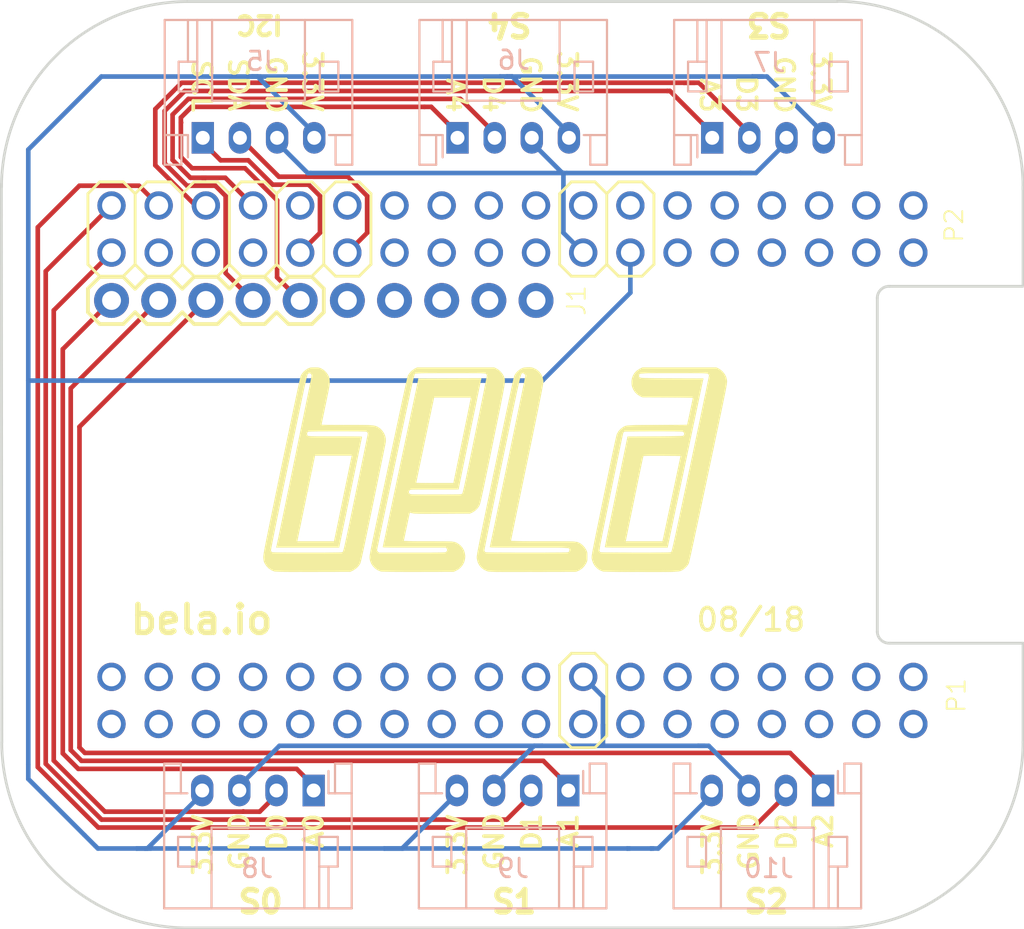
<source format=kicad_pcb>
(kicad_pcb (version 20171130) (host pcbnew "(5.0.0-3-g0214c9d)")

  (general
    (thickness 1.6)
    (drawings 46)
    (tracks 200)
    (zones 0)
    (modules 10)
    (nets 15)
  )

  (page A4)
  (layers
    (0 Top signal)
    (31 Bottom signal)
    (34 B.Paste user)
    (36 B.SilkS user)
    (37 F.SilkS user)
    (38 B.Mask user)
    (39 F.Mask user)
    (44 Edge.Cuts user)
    (45 Margin user)
    (46 B.CrtYd user)
    (47 F.CrtYd user)
  )

  (setup
    (last_trace_width 0.25)
    (trace_clearance 0.1778)
    (zone_clearance 0.508)
    (zone_45_only no)
    (trace_min 0.1524)
    (segment_width 0.2)
    (edge_width 0.15)
    (via_size 0.8)
    (via_drill 0.4)
    (via_min_size 0.508)
    (via_min_drill 0.254)
    (uvia_size 0.3)
    (uvia_drill 0.1)
    (uvias_allowed no)
    (uvia_min_size 0.2)
    (uvia_min_drill 0.1)
    (pcb_text_width 0.3)
    (pcb_text_size 1.5 1.5)
    (mod_edge_width 0.15)
    (mod_text_size 1 1)
    (mod_text_width 0.15)
    (pad_size 1.5 1.25)
    (pad_drill 0)
    (pad_to_mask_clearance 0.0508)
    (aux_axis_origin 0 0)
    (visible_elements FFFFF77F)
    (pcbplotparams
      (layerselection 0x010f4_ffffffff)
      (usegerberextensions true)
      (usegerberattributes false)
      (usegerberadvancedattributes false)
      (creategerberjobfile false)
      (excludeedgelayer true)
      (linewidth 0.100000)
      (plotframeref false)
      (viasonmask false)
      (mode 1)
      (useauxorigin false)
      (hpglpennumber 1)
      (hpglpenspeed 20)
      (hpglpendiameter 15.000000)
      (psnegative false)
      (psa4output false)
      (plotreference true)
      (plotvalue true)
      (plotinvisibletext false)
      (padsonsilk false)
      (subtractmaskfromsilk false)
      (outputformat 1)
      (mirror false)
      (drillshape 0)
      (scaleselection 1)
      (outputdirectory "gerbers/"))
  )

  (net 0 "")
  (net 1 GND)
  (net 2 /belamini_cape_B2_2/SCL)
  (net 3 /belamini_cape_B2_2/SDA)
  (net 4 /belamini_cape_B2_2/A0)
  (net 5 /belamini_cape_B2_2/D0)
  (net 6 /belamini_cape_B2_2/D1)
  (net 7 /belamini_cape_B2_2/A1)
  (net 8 /belamini_cape_B2_2/D2)
  (net 9 /belamini_cape_B2_2/A2)
  (net 10 /belamini_cape_B2_2/A3)
  (net 11 /belamini_cape_B2_2/D3)
  (net 12 /belamini_cape_B2_2/D4)
  (net 13 /belamini_cape_B2_2/A4)
  (net 14 +3V3)

  (net_class Default "This is the default net class."
    (clearance 0.1778)
    (trace_width 0.25)
    (via_dia 0.8)
    (via_drill 0.4)
    (uvia_dia 0.3)
    (uvia_drill 0.1)
    (add_net +3V3)
    (add_net /belamini_cape_B2_2/A0)
    (add_net /belamini_cape_B2_2/A1)
    (add_net /belamini_cape_B2_2/A2)
    (add_net /belamini_cape_B2_2/A3)
    (add_net /belamini_cape_B2_2/A4)
    (add_net /belamini_cape_B2_2/D0)
    (add_net /belamini_cape_B2_2/D1)
    (add_net /belamini_cape_B2_2/D2)
    (add_net /belamini_cape_B2_2/D3)
    (add_net /belamini_cape_B2_2/D4)
    (add_net /belamini_cape_B2_2/SCL)
    (add_net /belamini_cape_B2_2/SDA)
    (add_net GND)
  )

  (module belamini_cape_B2:1X10_analog (layer Top) (tedit 5CA63B31) (tstamp 5B3506AC)
    (at 153.5811 90.297 180)
    (path /5B352789/5B37EABD)
    (fp_text reference J1 (at -1.6129 0.889 90) (layer F.SilkS)
      (effects (font (size 0.9652 0.9652) (thickness 0.09652)) (justify right top))
    )
    (fp_text value M10SILK_FEMALE_PTH (at -1.27 3.175) (layer F.Fab)
      (effects (font (size 1.2065 1.2065) (thickness 0.09652)) (justify right top))
    )
    (fp_poly (pts (xy 22.606 0.254) (xy 23.114 0.254) (xy 23.114 -0.254) (xy 22.606 -0.254)) (layer F.Fab) (width 0))
    (fp_poly (pts (xy 20.066 0.254) (xy 20.574 0.254) (xy 20.574 -0.254) (xy 20.066 -0.254)) (layer F.Fab) (width 0))
    (fp_poly (pts (xy 17.526 0.254) (xy 18.034 0.254) (xy 18.034 -0.254) (xy 17.526 -0.254)) (layer F.Fab) (width 0))
    (fp_poly (pts (xy 9.906 0.254) (xy 10.414 0.254) (xy 10.414 -0.254) (xy 9.906 -0.254)) (layer F.Fab) (width 0))
    (fp_poly (pts (xy 12.446 0.254) (xy 12.954 0.254) (xy 12.954 -0.254) (xy 12.446 -0.254)) (layer F.Fab) (width 0))
    (fp_poly (pts (xy 14.986 0.254) (xy 15.494 0.254) (xy 15.494 -0.254) (xy 14.986 -0.254)) (layer F.Fab) (width 0))
    (fp_line (start 23.495 1.27) (end 22.225 1.27) (layer F.SilkS) (width 0.2032))
    (fp_line (start 21.59 0.635) (end 22.225 1.27) (layer F.SilkS) (width 0.2032))
    (fp_line (start 22.225 -1.27) (end 21.59 -0.635) (layer F.SilkS) (width 0.2032))
    (fp_line (start 24.13 0.635) (end 23.495 1.27) (layer F.SilkS) (width 0.2032))
    (fp_line (start 24.13 -0.635) (end 24.13 0.635) (layer F.SilkS) (width 0.2032))
    (fp_line (start 23.495 -1.27) (end 24.13 -0.635) (layer F.SilkS) (width 0.2032))
    (fp_line (start 22.225 -1.27) (end 23.495 -1.27) (layer F.SilkS) (width 0.2032))
    (fp_line (start 20.955 1.27) (end 19.685 1.27) (layer F.SilkS) (width 0.2032))
    (fp_line (start 19.05 0.635) (end 19.685 1.27) (layer F.SilkS) (width 0.2032))
    (fp_line (start 19.685 -1.27) (end 19.05 -0.635) (layer F.SilkS) (width 0.2032))
    (fp_line (start 21.59 0.635) (end 20.955 1.27) (layer F.SilkS) (width 0.2032))
    (fp_line (start 20.955 -1.27) (end 21.59 -0.635) (layer F.SilkS) (width 0.2032))
    (fp_line (start 19.685 -1.27) (end 20.955 -1.27) (layer F.SilkS) (width 0.2032))
    (fp_line (start 18.415 1.27) (end 17.145 1.27) (layer F.SilkS) (width 0.2032))
    (fp_line (start 16.51 0.635) (end 17.145 1.27) (layer F.SilkS) (width 0.2032))
    (fp_line (start 17.145 -1.27) (end 16.51 -0.635) (layer F.SilkS) (width 0.2032))
    (fp_line (start 19.05 0.635) (end 18.415 1.27) (layer F.SilkS) (width 0.2032))
    (fp_line (start 18.415 -1.27) (end 19.05 -0.635) (layer F.SilkS) (width 0.2032))
    (fp_line (start 17.145 -1.27) (end 18.415 -1.27) (layer F.SilkS) (width 0.2032))
    (fp_line (start 11.43 -0.635) (end 11.43 0.635) (layer F.SilkS) (width 0.2032))
    (fp_line (start 15.875 1.27) (end 14.605 1.27) (layer F.SilkS) (width 0.2032))
    (fp_line (start 13.97 0.635) (end 14.605 1.27) (layer F.SilkS) (width 0.2032))
    (fp_line (start 14.605 -1.27) (end 13.97 -0.635) (layer F.SilkS) (width 0.2032))
    (fp_line (start 12.065 1.27) (end 11.43 0.635) (layer F.SilkS) (width 0.2032))
    (fp_line (start 13.335 1.27) (end 12.065 1.27) (layer F.SilkS) (width 0.2032))
    (fp_line (start 13.97 0.635) (end 13.335 1.27) (layer F.SilkS) (width 0.2032))
    (fp_line (start 13.335 -1.27) (end 13.97 -0.635) (layer F.SilkS) (width 0.2032))
    (fp_line (start 12.065 -1.27) (end 13.335 -1.27) (layer F.SilkS) (width 0.2032))
    (fp_line (start 11.43 -0.635) (end 12.065 -1.27) (layer F.SilkS) (width 0.2032))
    (fp_line (start 16.51 0.635) (end 15.875 1.27) (layer F.SilkS) (width 0.2032))
    (fp_line (start 15.875 -1.27) (end 16.51 -0.635) (layer F.SilkS) (width 0.2032))
    (fp_line (start 14.605 -1.27) (end 15.875 -1.27) (layer F.SilkS) (width 0.2032))
    (pad 10 thru_hole circle (at 22.86 0 270) (size 1.8796 1.8796) (drill 1.016) (layers *.Cu *.Mask)
      (net 4 /belamini_cape_B2_2/A0) (solder_mask_margin 0.1016))
    (pad 9 thru_hole circle (at 20.32 0 270) (size 1.8796 1.8796) (drill 1.016) (layers *.Cu *.Mask)
      (net 7 /belamini_cape_B2_2/A1) (solder_mask_margin 0.1016))
    (pad 8 thru_hole circle (at 17.78 0 270) (size 1.8796 1.8796) (drill 1.016) (layers *.Cu *.Mask)
      (net 9 /belamini_cape_B2_2/A2) (solder_mask_margin 0.1016))
    (pad 7 thru_hole circle (at 15.24 0 270) (size 1.8796 1.8796) (drill 1.016) (layers *.Cu *.Mask)
      (net 10 /belamini_cape_B2_2/A3) (solder_mask_margin 0.1016))
    (pad 6 thru_hole circle (at 12.7 0 270) (size 1.8796 1.8796) (drill 1.016) (layers *.Cu *.Mask)
      (net 13 /belamini_cape_B2_2/A4) (solder_mask_margin 0.1016))
    (pad 5 thru_hole circle (at 10.16 0 270) (size 1.8796 1.8796) (drill 1.016) (layers *.Cu *.Mask)
      (solder_mask_margin 0.1016))
    (pad 4 thru_hole circle (at 7.62 0 270) (size 1.8796 1.8796) (drill 1.016) (layers *.Cu *.Mask)
      (solder_mask_margin 0.1016))
    (pad 3 thru_hole circle (at 5.08 0 270) (size 1.8796 1.8796) (drill 1.016) (layers *.Cu *.Mask)
      (solder_mask_margin 0.1016))
    (pad 2 thru_hole circle (at 2.54 0 270) (size 1.8796 1.8796) (drill 1.016) (layers *.Cu *.Mask)
      (net 1 GND) (solder_mask_margin 0.1016))
    (pad 1 thru_hole circle (at 0 0 270) (size 1.8796 1.8796) (drill 1.016) (layers *.Cu *.Mask)
      (solder_mask_margin 0.1016))
  )

  (module belamini_cape_B2:2X18_P2 (layer Top) (tedit 5C8A35CF) (tstamp 5B379BC4)
    (at 152.3111 86.4489)
    (descr "<b>PIN HEADER</b>")
    (path /5B352789/395FC9A9166FC715)
    (fp_text reference P2 (at 24.3459 0.8001 90) (layer F.SilkS)
      (effects (font (size 0.9652 0.9652) (thickness 0.09652)) (justify left bottom))
    )
    (fp_text value PINHD-2X18 (at -22.86 4.445) (layer F.Fab)
      (effects (font (size 1.2065 1.2065) (thickness 0.09652)) (justify left bottom))
    )
    (fp_poly (pts (xy 6.096 1.524) (xy 6.604 1.524) (xy 6.604 1.016) (xy 6.096 1.016)) (layer F.Fab) (width 0))
    (fp_poly (pts (xy 6.096 -1.016) (xy 6.604 -1.016) (xy 6.604 -1.524) (xy 6.096 -1.524)) (layer F.Fab) (width 0))
    (fp_poly (pts (xy 3.556 1.524) (xy 4.064 1.524) (xy 4.064 1.016) (xy 3.556 1.016)) (layer F.Fab) (width 0))
    (fp_poly (pts (xy 3.556 -1.016) (xy 4.064 -1.016) (xy 4.064 -1.524) (xy 3.556 -1.524)) (layer F.Fab) (width 0))
    (fp_poly (pts (xy -9.144 1.524) (xy -8.636 1.524) (xy -8.636 1.016) (xy -9.144 1.016)) (layer F.Fab) (width 0))
    (fp_poly (pts (xy -11.684 1.524) (xy -11.176 1.524) (xy -11.176 1.016) (xy -11.684 1.016)) (layer F.Fab) (width 0))
    (fp_poly (pts (xy -14.224 1.524) (xy -13.716 1.524) (xy -13.716 1.016) (xy -14.224 1.016)) (layer F.Fab) (width 0))
    (fp_poly (pts (xy -9.144 -1.016) (xy -8.636 -1.016) (xy -8.636 -1.524) (xy -9.144 -1.524)) (layer F.Fab) (width 0))
    (fp_poly (pts (xy -11.684 -1.016) (xy -11.176 -1.016) (xy -11.176 -1.524) (xy -11.684 -1.524)) (layer F.Fab) (width 0))
    (fp_poly (pts (xy -14.224 -1.016) (xy -13.716 -1.016) (xy -13.716 -1.524) (xy -14.224 -1.524)) (layer F.Fab) (width 0))
    (fp_poly (pts (xy -16.764 1.524) (xy -16.256 1.524) (xy -16.256 1.016) (xy -16.764 1.016)) (layer F.Fab) (width 0))
    (fp_poly (pts (xy -16.764 -1.016) (xy -16.256 -1.016) (xy -16.256 -1.524) (xy -16.764 -1.524)) (layer F.Fab) (width 0))
    (fp_poly (pts (xy -19.304 1.524) (xy -18.796 1.524) (xy -18.796 1.016) (xy -19.304 1.016)) (layer F.Fab) (width 0))
    (fp_poly (pts (xy -19.304 -1.016) (xy -18.796 -1.016) (xy -18.796 -1.524) (xy -19.304 -1.524)) (layer F.Fab) (width 0))
    (fp_poly (pts (xy -21.844 -1.016) (xy -21.336 -1.016) (xy -21.336 -1.524) (xy -21.844 -1.524)) (layer F.Fab) (width 0))
    (fp_poly (pts (xy -21.844 1.524) (xy -21.336 1.524) (xy -21.336 1.016) (xy -21.844 1.016)) (layer F.Fab) (width 0))
    (fp_line (start 7.62 -1.905) (end 7.62 1.905) (layer F.SilkS) (width 0.1524))
    (fp_line (start 5.08 -1.905) (end 5.08 1.905) (layer F.SilkS) (width 0.1524))
    (fp_line (start 2.54 -1.905) (end 2.54 1.905) (layer F.SilkS) (width 0.1524))
    (fp_line (start -7.62 -1.905) (end -7.62 1.905) (layer F.SilkS) (width 0.1524))
    (fp_line (start -10.16 -1.905) (end -10.16 1.905) (layer F.SilkS) (width 0.1524))
    (fp_line (start -12.7 -1.905) (end -12.7 1.905) (layer F.SilkS) (width 0.1524))
    (fp_line (start -15.24 -1.905) (end -15.24 1.905) (layer F.SilkS) (width 0.1524))
    (fp_line (start -17.78 -1.905) (end -17.78 1.905) (layer F.SilkS) (width 0.1524))
    (fp_line (start -20.32 -1.905) (end -20.32 1.905) (layer F.SilkS) (width 0.1524))
    (fp_line (start 2.54 1.905) (end 3.175 2.54) (layer F.SilkS) (width 0.1524))
    (fp_line (start 4.445 2.54) (end 3.175 2.54) (layer F.SilkS) (width 0.1524))
    (fp_line (start 5.08 1.905) (end 4.445 2.54) (layer F.SilkS) (width 0.1524))
    (fp_line (start 5.08 1.905) (end 5.715 2.54) (layer F.SilkS) (width 0.1524))
    (fp_line (start 6.985 2.54) (end 5.715 2.54) (layer F.SilkS) (width 0.1524))
    (fp_line (start 7.62 1.905) (end 6.985 2.54) (layer F.SilkS) (width 0.1524))
    (fp_line (start 7.62 -1.905) (end 6.985 -2.54) (layer F.SilkS) (width 0.1524))
    (fp_line (start 5.715 -2.54) (end 6.985 -2.54) (layer F.SilkS) (width 0.1524))
    (fp_line (start 5.08 -1.905) (end 5.715 -2.54) (layer F.SilkS) (width 0.1524))
    (fp_line (start 4.445 -2.54) (end 5.08 -1.905) (layer F.SilkS) (width 0.1524))
    (fp_line (start 3.175 -2.54) (end 4.445 -2.54) (layer F.SilkS) (width 0.1524))
    (fp_line (start 2.54 -1.905) (end 3.175 -2.54) (layer F.SilkS) (width 0.1524))
    (fp_line (start -8.255 -2.54) (end -7.62 -1.905) (layer F.SilkS) (width 0.1524))
    (fp_line (start -9.525 -2.54) (end -8.255 -2.54) (layer F.SilkS) (width 0.1524))
    (fp_line (start -10.16 -1.905) (end -9.525 -2.54) (layer F.SilkS) (width 0.1524))
    (fp_line (start -10.795 -2.54) (end -10.16 -1.905) (layer F.SilkS) (width 0.1524))
    (fp_line (start -12.065 -2.54) (end -10.795 -2.54) (layer F.SilkS) (width 0.1524))
    (fp_line (start -12.7 -1.905) (end -12.065 -2.54) (layer F.SilkS) (width 0.1524))
    (fp_line (start -13.335 -2.54) (end -12.7 -1.905) (layer F.SilkS) (width 0.1524))
    (fp_line (start -14.605 -2.54) (end -13.335 -2.54) (layer F.SilkS) (width 0.1524))
    (fp_line (start -15.24 -1.905) (end -14.605 -2.54) (layer F.SilkS) (width 0.1524))
    (fp_line (start -15.875 -2.54) (end -15.24 -1.905) (layer F.SilkS) (width 0.1524))
    (fp_line (start -17.145 -2.54) (end -15.875 -2.54) (layer F.SilkS) (width 0.1524))
    (fp_line (start -17.78 -1.905) (end -17.145 -2.54) (layer F.SilkS) (width 0.1524))
    (fp_line (start -18.415 -2.54) (end -17.78 -1.905) (layer F.SilkS) (width 0.1524))
    (fp_line (start -19.685 -2.54) (end -18.415 -2.54) (layer F.SilkS) (width 0.1524))
    (fp_line (start -20.32 -1.905) (end -19.685 -2.54) (layer F.SilkS) (width 0.1524))
    (fp_line (start -20.955 -2.54) (end -20.32 -1.905) (layer F.SilkS) (width 0.1524))
    (fp_line (start -22.225 -2.54) (end -20.955 -2.54) (layer F.SilkS) (width 0.1524))
    (fp_line (start -22.86 -1.905) (end -22.225 -2.54) (layer F.SilkS) (width 0.1524))
    (fp_line (start -22.86 1.905) (end -22.86 -1.905) (layer F.SilkS) (width 0.1524))
    (fp_line (start -8.255 2.54) (end -7.62 1.905) (layer F.SilkS) (width 0.1524))
    (fp_line (start -9.525 2.54) (end -8.255 2.54) (layer F.SilkS) (width 0.1524))
    (fp_line (start -10.16 1.905) (end -9.525 2.54) (layer F.SilkS) (width 0.1524))
    (fp_line (start -10.795 2.54) (end -10.16 1.905) (layer F.SilkS) (width 0.1524))
    (fp_line (start -12.065 2.54) (end -10.795 2.54) (layer F.SilkS) (width 0.1524))
    (fp_line (start -12.7 1.905) (end -12.065 2.54) (layer F.SilkS) (width 0.1524))
    (fp_line (start -13.335 2.54) (end -12.7 1.905) (layer F.SilkS) (width 0.1524))
    (fp_line (start -14.605 2.54) (end -13.335 2.54) (layer F.SilkS) (width 0.1524))
    (fp_line (start -15.24 1.905) (end -14.605 2.54) (layer F.SilkS) (width 0.1524))
    (fp_line (start -15.875 2.54) (end -15.24 1.905) (layer F.SilkS) (width 0.1524))
    (fp_line (start -17.145 2.54) (end -15.875 2.54) (layer F.SilkS) (width 0.1524))
    (fp_line (start -17.78 1.905) (end -17.145 2.54) (layer F.SilkS) (width 0.1524))
    (fp_line (start -18.415 2.54) (end -17.78 1.905) (layer F.SilkS) (width 0.1524))
    (fp_line (start -19.685 2.54) (end -18.415 2.54) (layer F.SilkS) (width 0.1524))
    (fp_line (start -20.32 1.905) (end -19.685 2.54) (layer F.SilkS) (width 0.1524))
    (fp_line (start -20.955 2.54) (end -20.32 1.905) (layer F.SilkS) (width 0.1524))
    (fp_line (start -22.225 2.54) (end -20.955 2.54) (layer F.SilkS) (width 0.1524))
    (fp_line (start -22.86 1.905) (end -22.225 2.54) (layer F.SilkS) (width 0.1524))
    (pad 36 thru_hole circle (at 21.59 -1.27) (size 1.524 1.524) (drill 1.016) (layers *.Cu *.Mask)
      (solder_mask_margin 0.1016))
    (pad 35 thru_hole circle (at 21.59 1.27) (size 1.524 1.524) (drill 1.016) (layers *.Cu *.Mask)
      (solder_mask_margin 0.1016))
    (pad 34 thru_hole circle (at 19.05 -1.27) (size 1.524 1.524) (drill 1.016) (layers *.Cu *.Mask)
      (solder_mask_margin 0.1016))
    (pad 33 thru_hole circle (at 19.05 1.27) (size 1.524 1.524) (drill 1.016) (layers *.Cu *.Mask)
      (solder_mask_margin 0.1016))
    (pad 32 thru_hole circle (at 16.51 -1.27) (size 1.524 1.524) (drill 1.016) (layers *.Cu *.Mask)
      (solder_mask_margin 0.1016))
    (pad 31 thru_hole circle (at 16.51 1.27) (size 1.524 1.524) (drill 1.016) (layers *.Cu *.Mask)
      (solder_mask_margin 0.1016))
    (pad 30 thru_hole circle (at 13.97 -1.27) (size 1.524 1.524) (drill 1.016) (layers *.Cu *.Mask)
      (solder_mask_margin 0.1016))
    (pad 29 thru_hole circle (at 13.97 1.27) (size 1.524 1.524) (drill 1.016) (layers *.Cu *.Mask)
      (solder_mask_margin 0.1016))
    (pad 28 thru_hole circle (at 11.43 -1.27) (size 1.524 1.524) (drill 1.016) (layers *.Cu *.Mask)
      (solder_mask_margin 0.1016))
    (pad 27 thru_hole circle (at 11.43 1.27) (size 1.524 1.524) (drill 1.016) (layers *.Cu *.Mask)
      (solder_mask_margin 0.1016))
    (pad 26 thru_hole circle (at 8.89 -1.27) (size 1.524 1.524) (drill 1.016) (layers *.Cu *.Mask)
      (solder_mask_margin 0.1016))
    (pad 25 thru_hole circle (at 8.89 1.27) (size 1.524 1.524) (drill 1.016) (layers *.Cu *.Mask)
      (solder_mask_margin 0.1016))
    (pad 24 thru_hole circle (at 6.35 -1.27) (size 1.524 1.524) (drill 1.016) (layers *.Cu *.Mask)
      (solder_mask_margin 0.1016))
    (pad 23 thru_hole circle (at 6.35 1.27) (size 1.524 1.524) (drill 1.016) (layers *.Cu *.Mask)
      (net 14 +3V3) (solder_mask_margin 0.1016))
    (pad 22 thru_hole circle (at 3.81 -1.27) (size 1.524 1.524) (drill 1.016) (layers *.Cu *.Mask)
      (solder_mask_margin 0.1016))
    (pad 21 thru_hole circle (at 3.81 1.27) (size 1.524 1.524) (drill 1.016) (layers *.Cu *.Mask)
      (net 1 GND) (solder_mask_margin 0.1016))
    (pad 20 thru_hole circle (at 1.27 -1.27) (size 1.524 1.524) (drill 1.016) (layers *.Cu *.Mask)
      (solder_mask_margin 0.1016))
    (pad 19 thru_hole circle (at 1.27 1.27) (size 1.524 1.524) (drill 1.016) (layers *.Cu *.Mask)
      (solder_mask_margin 0.1016))
    (pad 18 thru_hole circle (at -1.27 -1.27) (size 1.524 1.524) (drill 1.016) (layers *.Cu *.Mask)
      (solder_mask_margin 0.1016))
    (pad 17 thru_hole circle (at -1.27 1.27) (size 1.524 1.524) (drill 1.016) (layers *.Cu *.Mask)
      (solder_mask_margin 0.1016))
    (pad 16 thru_hole circle (at -3.81 -1.27) (size 1.524 1.524) (drill 1.016) (layers *.Cu *.Mask)
      (solder_mask_margin 0.1016))
    (pad 15 thru_hole circle (at -3.81 1.27) (size 1.524 1.524) (drill 1.016) (layers *.Cu *.Mask)
      (net 1 GND) (solder_mask_margin 0.1016))
    (pad 14 thru_hole circle (at -6.35 -1.27) (size 1.524 1.524) (drill 1.016) (layers *.Cu *.Mask)
      (solder_mask_margin 0.1016))
    (pad 13 thru_hole circle (at -6.35 1.27) (size 1.524 1.524) (drill 1.016) (layers *.Cu *.Mask)
      (solder_mask_margin 0.1016))
    (pad 12 thru_hole circle (at -8.89 -1.27) (size 1.524 1.524) (drill 1.016) (layers *.Cu *.Mask)
      (solder_mask_margin 0.1016))
    (pad 11 thru_hole circle (at -8.89 1.27) (size 1.524 1.524) (drill 1.016) (layers *.Cu *.Mask)
      (net 3 /belamini_cape_B2_2/SDA) (solder_mask_margin 0.1016))
    (pad 10 thru_hole circle (at -11.43 -1.27) (size 1.524 1.524) (drill 1.016) (layers *.Cu *.Mask)
      (solder_mask_margin 0.1016))
    (pad 9 thru_hole circle (at -11.43 1.27) (size 1.524 1.524) (drill 1.016) (layers *.Cu *.Mask)
      (net 2 /belamini_cape_B2_2/SCL) (solder_mask_margin 0.1016))
    (pad 8 thru_hole circle (at -13.97 -1.27) (size 1.524 1.524) (drill 1.016) (layers *.Cu *.Mask)
      (net 12 /belamini_cape_B2_2/D4) (solder_mask_margin 0.1016))
    (pad 7 thru_hole circle (at -13.97 1.27) (size 1.524 1.524) (drill 1.016) (layers *.Cu *.Mask)
      (solder_mask_margin 0.1016))
    (pad 6 thru_hole circle (at -16.51 -1.27) (size 1.524 1.524) (drill 1.016) (layers *.Cu *.Mask)
      (net 11 /belamini_cape_B2_2/D3) (solder_mask_margin 0.1016))
    (pad 5 thru_hole circle (at -16.51 1.27) (size 1.524 1.524) (drill 1.016) (layers *.Cu *.Mask)
      (solder_mask_margin 0.1016))
    (pad 4 thru_hole circle (at -19.05 -1.27) (size 1.524 1.524) (drill 1.016) (layers *.Cu *.Mask)
      (net 8 /belamini_cape_B2_2/D2) (solder_mask_margin 0.1016))
    (pad 3 thru_hole circle (at -19.05 1.27) (size 1.524 1.524) (drill 1.016) (layers *.Cu *.Mask)
      (solder_mask_margin 0.1016))
    (pad 2 thru_hole circle (at -21.59 -1.27) (size 1.524 1.524) (drill 1.016) (layers *.Cu *.Mask)
      (net 6 /belamini_cape_B2_2/D1) (solder_mask_margin 0.1016))
    (pad 1 thru_hole circle (at -21.59 1.27) (size 1.524 1.524) (drill 1.016) (layers *.Cu *.Mask)
      (net 5 /belamini_cape_B2_2/D0) (solder_mask_margin 0.1016))
  )

  (module belamini_cape_B2:2X18_P1 (layer Top) (tedit 5C8A35AF) (tstamp 5B3505CF)
    (at 152.3111 111.8489)
    (descr "<b>PIN HEADER</b>")
    (path /5B352789/2F22B54337F9D5D5)
    (fp_text reference P1 (at 24.4729 0.7366 90) (layer F.SilkS)
      (effects (font (size 0.9652 0.9652) (thickness 0.09652)) (justify left bottom))
    )
    (fp_text value PINHD-2X18 (at -22.86 4.445) (layer F.Fab)
      (effects (font (size 1.2065 1.2065) (thickness 0.09652)) (justify left bottom))
    )
    (fp_poly (pts (xy 3.556 1.524) (xy 4.064 1.524) (xy 4.064 1.016) (xy 3.556 1.016)) (layer F.Fab) (width 0))
    (fp_poly (pts (xy 3.556 -1.016) (xy 4.064 -1.016) (xy 4.064 -1.524) (xy 3.556 -1.524)) (layer F.Fab) (width 0))
    (fp_line (start 5.08 -1.905) (end 5.08 1.905) (layer F.SilkS) (width 0.1524))
    (fp_line (start 2.54 -1.905) (end 2.54 1.905) (layer F.SilkS) (width 0.1524))
    (fp_line (start 2.54 1.905) (end 3.175 2.54) (layer F.SilkS) (width 0.1524))
    (fp_line (start 4.445 2.54) (end 3.175 2.54) (layer F.SilkS) (width 0.1524))
    (fp_line (start 5.08 1.905) (end 4.445 2.54) (layer F.SilkS) (width 0.1524))
    (fp_line (start 4.445 -2.54) (end 5.08 -1.905) (layer F.SilkS) (width 0.1524))
    (fp_line (start 3.175 -2.54) (end 4.445 -2.54) (layer F.SilkS) (width 0.1524))
    (fp_line (start 2.54 -1.905) (end 3.175 -2.54) (layer F.SilkS) (width 0.1524))
    (pad 36 thru_hole circle (at 21.59 -1.27) (size 1.524 1.524) (drill 1.016) (layers *.Cu *.Mask)
      (solder_mask_margin 0.1016))
    (pad 35 thru_hole circle (at 21.59 1.27) (size 1.524 1.524) (drill 1.016) (layers *.Cu *.Mask)
      (solder_mask_margin 0.1016))
    (pad 34 thru_hole circle (at 19.05 -1.27) (size 1.524 1.524) (drill 1.016) (layers *.Cu *.Mask)
      (solder_mask_margin 0.1016))
    (pad 33 thru_hole circle (at 19.05 1.27) (size 1.524 1.524) (drill 1.016) (layers *.Cu *.Mask)
      (solder_mask_margin 0.1016))
    (pad 32 thru_hole circle (at 16.51 -1.27) (size 1.524 1.524) (drill 1.016) (layers *.Cu *.Mask)
      (solder_mask_margin 0.1016))
    (pad 31 thru_hole circle (at 16.51 1.27) (size 1.524 1.524) (drill 1.016) (layers *.Cu *.Mask)
      (solder_mask_margin 0.1016))
    (pad 30 thru_hole circle (at 13.97 -1.27) (size 1.524 1.524) (drill 1.016) (layers *.Cu *.Mask)
      (solder_mask_margin 0.1016))
    (pad 29 thru_hole circle (at 13.97 1.27) (size 1.524 1.524) (drill 1.016) (layers *.Cu *.Mask)
      (solder_mask_margin 0.1016))
    (pad 28 thru_hole circle (at 11.43 -1.27) (size 1.524 1.524) (drill 1.016) (layers *.Cu *.Mask)
      (solder_mask_margin 0.1016))
    (pad 27 thru_hole circle (at 11.43 1.27) (size 1.524 1.524) (drill 1.016) (layers *.Cu *.Mask)
      (solder_mask_margin 0.1016))
    (pad 26 thru_hole circle (at 8.89 -1.27) (size 1.524 1.524) (drill 1.016) (layers *.Cu *.Mask)
      (solder_mask_margin 0.1016))
    (pad 25 thru_hole circle (at 8.89 1.27) (size 1.524 1.524) (drill 1.016) (layers *.Cu *.Mask)
      (solder_mask_margin 0.1016))
    (pad 24 thru_hole circle (at 6.35 -1.27) (size 1.524 1.524) (drill 1.016) (layers *.Cu *.Mask)
      (solder_mask_margin 0.1016))
    (pad 23 thru_hole circle (at 6.35 1.27) (size 1.524 1.524) (drill 1.016) (layers *.Cu *.Mask)
      (solder_mask_margin 0.1016))
    (pad 22 thru_hole circle (at 3.81 -1.27) (size 1.524 1.524) (drill 1.016) (layers *.Cu *.Mask)
      (net 1 GND) (solder_mask_margin 0.1016))
    (pad 21 thru_hole circle (at 3.81 1.27) (size 1.524 1.524) (drill 1.016) (layers *.Cu *.Mask)
      (solder_mask_margin 0.1016))
    (pad 20 thru_hole circle (at 1.27 -1.27) (size 1.524 1.524) (drill 1.016) (layers *.Cu *.Mask)
      (solder_mask_margin 0.1016))
    (pad 19 thru_hole circle (at 1.27 1.27) (size 1.524 1.524) (drill 1.016) (layers *.Cu *.Mask)
      (solder_mask_margin 0.1016))
    (pad 18 thru_hole circle (at -1.27 -1.27) (size 1.524 1.524) (drill 1.016) (layers *.Cu *.Mask)
      (solder_mask_margin 0.1016))
    (pad 17 thru_hole circle (at -1.27 1.27) (size 1.524 1.524) (drill 1.016) (layers *.Cu *.Mask)
      (solder_mask_margin 0.1016))
    (pad 16 thru_hole circle (at -3.81 -1.27) (size 1.524 1.524) (drill 1.016) (layers *.Cu *.Mask)
      (net 1 GND) (solder_mask_margin 0.1016))
    (pad 15 thru_hole circle (at -3.81 1.27) (size 1.524 1.524) (drill 1.016) (layers *.Cu *.Mask)
      (solder_mask_margin 0.1016))
    (pad 14 thru_hole circle (at -6.35 -1.27) (size 1.524 1.524) (drill 1.016) (layers *.Cu *.Mask)
      (solder_mask_margin 0.1016))
    (pad 13 thru_hole circle (at -6.35 1.27) (size 1.524 1.524) (drill 1.016) (layers *.Cu *.Mask)
      (solder_mask_margin 0.1016))
    (pad 12 thru_hole circle (at -8.89 -1.27) (size 1.524 1.524) (drill 1.016) (layers *.Cu *.Mask)
      (solder_mask_margin 0.1016))
    (pad 11 thru_hole circle (at -8.89 1.27) (size 1.524 1.524) (drill 1.016) (layers *.Cu *.Mask)
      (solder_mask_margin 0.1016))
    (pad 10 thru_hole circle (at -11.43 -1.27) (size 1.524 1.524) (drill 1.016) (layers *.Cu *.Mask)
      (solder_mask_margin 0.1016))
    (pad 9 thru_hole circle (at -11.43 1.27) (size 1.524 1.524) (drill 1.016) (layers *.Cu *.Mask)
      (solder_mask_margin 0.1016))
    (pad 8 thru_hole circle (at -13.97 -1.27) (size 1.524 1.524) (drill 1.016) (layers *.Cu *.Mask)
      (solder_mask_margin 0.1016))
    (pad 7 thru_hole circle (at -13.97 1.27) (size 1.524 1.524) (drill 1.016) (layers *.Cu *.Mask)
      (solder_mask_margin 0.1016))
    (pad 6 thru_hole circle (at -16.51 -1.27) (size 1.524 1.524) (drill 1.016) (layers *.Cu *.Mask)
      (solder_mask_margin 0.1016))
    (pad 5 thru_hole circle (at -16.51 1.27) (size 1.524 1.524) (drill 1.016) (layers *.Cu *.Mask)
      (solder_mask_margin 0.1016))
    (pad 4 thru_hole circle (at -19.05 -1.27) (size 1.524 1.524) (drill 1.016) (layers *.Cu *.Mask)
      (solder_mask_margin 0.1016))
    (pad 3 thru_hole circle (at -19.05 1.27) (size 1.524 1.524) (drill 1.016) (layers *.Cu *.Mask)
      (solder_mask_margin 0.1016))
    (pad 2 thru_hole circle (at -21.59 -1.27) (size 1.524 1.524) (drill 1.016) (layers *.Cu *.Mask)
      (solder_mask_margin 0.1016))
    (pad 1 thru_hole circle (at -21.59 1.27) (size 1.524 1.524) (drill 1.016) (layers *.Cu *.Mask)
      (solder_mask_margin 0.1016))
  )

  (module Connectors_JST:JST_PH_S4B-PH-K_04x2.00mm_Angled (layer Bottom) (tedit 58D3FE32) (tstamp 5B364F4C)
    (at 149.352 81.534)
    (descr "JST PH series connector, S4B-PH-K, side entry type, through hole, Datasheet: http://www.jst-mfg.com/product/pdf/eng/ePH.pdf")
    (tags "connector jst ph")
    (path /5B352789/5B3BD664)
    (fp_text reference J6 (at 3.0226 -4.191) (layer B.SilkS)
      (effects (font (size 1 1) (thickness 0.15)) (justify mirror))
    )
    (fp_text value Grove_4x2mm (at 3 -7.25) (layer B.Fab)
      (effects (font (size 1 1) (thickness 0.15)) (justify mirror))
    )
    (fp_text user %R (at 3 -2.5) (layer B.Fab)
      (effects (font (size 1 1) (thickness 0.15)) (justify mirror))
    )
    (fp_line (start 0.5 -1.35) (end 0 -0.85) (layer B.Fab) (width 0.1))
    (fp_line (start -0.5 -1.35) (end 0.5 -1.35) (layer B.Fab) (width 0.1))
    (fp_line (start 0 -0.85) (end -0.5 -1.35) (layer B.Fab) (width 0.1))
    (fp_line (start -0.8 -0.15) (end -0.8 1.05) (layer B.SilkS) (width 0.12))
    (fp_line (start 7.25 -0.25) (end -1.25 -0.25) (layer B.Fab) (width 0.1))
    (fp_line (start 7.25 1.35) (end 7.25 -0.25) (layer B.Fab) (width 0.1))
    (fp_line (start 7.95 1.35) (end 7.25 1.35) (layer B.Fab) (width 0.1))
    (fp_line (start 7.95 -6.25) (end 7.95 1.35) (layer B.Fab) (width 0.1))
    (fp_line (start -1.95 -6.25) (end 7.95 -6.25) (layer B.Fab) (width 0.1))
    (fp_line (start -1.95 1.35) (end -1.95 -6.25) (layer B.Fab) (width 0.1))
    (fp_line (start -1.25 1.35) (end -1.95 1.35) (layer B.Fab) (width 0.1))
    (fp_line (start -1.25 -0.25) (end -1.25 1.35) (layer B.Fab) (width 0.1))
    (fp_line (start 8.45 1.85) (end -2.45 1.85) (layer B.CrtYd) (width 0.05))
    (fp_line (start 8.45 -6.75) (end 8.45 1.85) (layer B.CrtYd) (width 0.05))
    (fp_line (start -2.45 -6.75) (end 8.45 -6.75) (layer B.CrtYd) (width 0.05))
    (fp_line (start -2.45 1.85) (end -2.45 -6.75) (layer B.CrtYd) (width 0.05))
    (fp_line (start -0.8 -4.1) (end -0.8 -6.35) (layer B.SilkS) (width 0.12))
    (fp_line (start -0.3 -4.1) (end -0.3 -6.35) (layer B.SilkS) (width 0.12))
    (fp_line (start 6.3 -2.5) (end 7.3 -2.5) (layer B.SilkS) (width 0.12))
    (fp_line (start 6.3 -4.1) (end 6.3 -2.5) (layer B.SilkS) (width 0.12))
    (fp_line (start 7.3 -4.1) (end 6.3 -4.1) (layer B.SilkS) (width 0.12))
    (fp_line (start 7.3 -2.5) (end 7.3 -4.1) (layer B.SilkS) (width 0.12))
    (fp_line (start -0.3 -2.5) (end -1.3 -2.5) (layer B.SilkS) (width 0.12))
    (fp_line (start -0.3 -4.1) (end -0.3 -2.5) (layer B.SilkS) (width 0.12))
    (fp_line (start -1.3 -4.1) (end -0.3 -4.1) (layer B.SilkS) (width 0.12))
    (fp_line (start -1.3 -2.5) (end -1.3 -4.1) (layer B.SilkS) (width 0.12))
    (fp_line (start 8.05 -0.15) (end 7.15 -0.15) (layer B.SilkS) (width 0.12))
    (fp_line (start -2.05 -0.15) (end -1.15 -0.15) (layer B.SilkS) (width 0.12))
    (fp_line (start 7.15 -0.15) (end 6.8 -0.15) (layer B.SilkS) (width 0.12))
    (fp_line (start 7.15 1.45) (end 7.15 -0.15) (layer B.SilkS) (width 0.12))
    (fp_line (start 8.05 1.45) (end 7.15 1.45) (layer B.SilkS) (width 0.12))
    (fp_line (start 8.05 -6.35) (end 8.05 1.45) (layer B.SilkS) (width 0.12))
    (fp_line (start -2.05 -6.35) (end 8.05 -6.35) (layer B.SilkS) (width 0.12))
    (fp_line (start -2.05 1.45) (end -2.05 -6.35) (layer B.SilkS) (width 0.12))
    (fp_line (start -1.15 1.45) (end -2.05 1.45) (layer B.SilkS) (width 0.12))
    (fp_line (start -1.15 -0.15) (end -1.15 1.45) (layer B.SilkS) (width 0.12))
    (fp_line (start -0.8 -0.15) (end -1.15 -0.15) (layer B.SilkS) (width 0.12))
    (fp_line (start 5.5 -2) (end 5.5 -6.35) (layer B.SilkS) (width 0.12))
    (fp_line (start 0.5 -2) (end 5.5 -2) (layer B.SilkS) (width 0.12))
    (fp_line (start 0.5 -6.35) (end 0.5 -2) (layer B.SilkS) (width 0.12))
    (pad 4 thru_hole oval (at 6 0) (size 1.2 1.7) (drill 0.75) (layers *.Cu *.Mask)
      (net 14 +3V3))
    (pad 3 thru_hole oval (at 4 0) (size 1.2 1.7) (drill 0.75) (layers *.Cu *.Mask)
      (net 1 GND))
    (pad 2 thru_hole oval (at 2 0) (size 1.2 1.7) (drill 0.75) (layers *.Cu *.Mask)
      (net 12 /belamini_cape_B2_2/D4))
    (pad 1 thru_hole rect (at 0 0) (size 1.2 1.7) (drill 0.75) (layers *.Cu *.Mask)
      (net 13 /belamini_cape_B2_2/A4))
    (model ${KISYS3DMOD}/Connectors_JST.3dshapes/JST_PH_S4B-PH-K_04x2.00mm_Angled.wrl
      (at (xyz 0 0 0))
      (scale (xyz 1 1 1))
      (rotate (xyz 0 0 0))
    )
  )

  (module Connectors_JST:JST_PH_S4B-PH-K_04x2.00mm_Angled (layer Bottom) (tedit 58D3FE32) (tstamp 5C5181C9)
    (at 169.037 116.7 180)
    (descr "JST PH series connector, S4B-PH-K, side entry type, through hole, Datasheet: http://www.jst-mfg.com/product/pdf/eng/ePH.pdf")
    (tags "connector jst ph")
    (path /5B352789/5B3BDB02)
    (fp_text reference J10 (at 2.921 -4.191 180) (layer B.SilkS)
      (effects (font (size 1 1) (thickness 0.15)) (justify mirror))
    )
    (fp_text value Grove_4x2mm (at 3.0988 -7.239 180) (layer B.Fab)
      (effects (font (size 1 1) (thickness 0.15)) (justify mirror))
    )
    (fp_line (start 0.5 -6.35) (end 0.5 -2) (layer B.SilkS) (width 0.12))
    (fp_line (start 0.5 -2) (end 5.5 -2) (layer B.SilkS) (width 0.12))
    (fp_line (start 5.5 -2) (end 5.5 -6.35) (layer B.SilkS) (width 0.12))
    (fp_line (start -0.8 -0.15) (end -1.15 -0.15) (layer B.SilkS) (width 0.12))
    (fp_line (start -1.15 -0.15) (end -1.15 1.45) (layer B.SilkS) (width 0.12))
    (fp_line (start -1.15 1.45) (end -2.05 1.45) (layer B.SilkS) (width 0.12))
    (fp_line (start -2.05 1.45) (end -2.05 -6.35) (layer B.SilkS) (width 0.12))
    (fp_line (start -2.05 -6.35) (end 8.05 -6.35) (layer B.SilkS) (width 0.12))
    (fp_line (start 8.05 -6.35) (end 8.05 1.45) (layer B.SilkS) (width 0.12))
    (fp_line (start 8.05 1.45) (end 7.15 1.45) (layer B.SilkS) (width 0.12))
    (fp_line (start 7.15 1.45) (end 7.15 -0.15) (layer B.SilkS) (width 0.12))
    (fp_line (start 7.15 -0.15) (end 6.8 -0.15) (layer B.SilkS) (width 0.12))
    (fp_line (start -2.05 -0.15) (end -1.15 -0.15) (layer B.SilkS) (width 0.12))
    (fp_line (start 8.05 -0.15) (end 7.15 -0.15) (layer B.SilkS) (width 0.12))
    (fp_line (start -1.3 -2.5) (end -1.3 -4.1) (layer B.SilkS) (width 0.12))
    (fp_line (start -1.3 -4.1) (end -0.3 -4.1) (layer B.SilkS) (width 0.12))
    (fp_line (start -0.3 -4.1) (end -0.3 -2.5) (layer B.SilkS) (width 0.12))
    (fp_line (start -0.3 -2.5) (end -1.3 -2.5) (layer B.SilkS) (width 0.12))
    (fp_line (start 7.3 -2.5) (end 7.3 -4.1) (layer B.SilkS) (width 0.12))
    (fp_line (start 7.3 -4.1) (end 6.3 -4.1) (layer B.SilkS) (width 0.12))
    (fp_line (start 6.3 -4.1) (end 6.3 -2.5) (layer B.SilkS) (width 0.12))
    (fp_line (start 6.3 -2.5) (end 7.3 -2.5) (layer B.SilkS) (width 0.12))
    (fp_line (start -0.3 -4.1) (end -0.3 -6.35) (layer B.SilkS) (width 0.12))
    (fp_line (start -0.8 -4.1) (end -0.8 -6.35) (layer B.SilkS) (width 0.12))
    (fp_line (start -2.45 1.85) (end -2.45 -6.75) (layer B.CrtYd) (width 0.05))
    (fp_line (start -2.45 -6.75) (end 8.45 -6.75) (layer B.CrtYd) (width 0.05))
    (fp_line (start 8.45 -6.75) (end 8.45 1.85) (layer B.CrtYd) (width 0.05))
    (fp_line (start 8.45 1.85) (end -2.45 1.85) (layer B.CrtYd) (width 0.05))
    (fp_line (start -1.25 -0.25) (end -1.25 1.35) (layer B.Fab) (width 0.1))
    (fp_line (start -1.25 1.35) (end -1.95 1.35) (layer B.Fab) (width 0.1))
    (fp_line (start -1.95 1.35) (end -1.95 -6.25) (layer B.Fab) (width 0.1))
    (fp_line (start -1.95 -6.25) (end 7.95 -6.25) (layer B.Fab) (width 0.1))
    (fp_line (start 7.95 -6.25) (end 7.95 1.35) (layer B.Fab) (width 0.1))
    (fp_line (start 7.95 1.35) (end 7.25 1.35) (layer B.Fab) (width 0.1))
    (fp_line (start 7.25 1.35) (end 7.25 -0.25) (layer B.Fab) (width 0.1))
    (fp_line (start 7.25 -0.25) (end -1.25 -0.25) (layer B.Fab) (width 0.1))
    (fp_line (start -0.8 -0.15) (end -0.8 1.05) (layer B.SilkS) (width 0.12))
    (fp_line (start 0 -0.85) (end -0.5 -1.35) (layer B.Fab) (width 0.1))
    (fp_line (start -0.5 -1.35) (end 0.5 -1.35) (layer B.Fab) (width 0.1))
    (fp_line (start 0.5 -1.35) (end 0 -0.85) (layer B.Fab) (width 0.1))
    (fp_text user %R (at 3 -2.5 180) (layer B.Fab)
      (effects (font (size 1 1) (thickness 0.15)) (justify mirror))
    )
    (pad 1 thru_hole rect (at 0 0 180) (size 1.2 1.7) (drill 0.75) (layers *.Cu *.Mask)
      (net 9 /belamini_cape_B2_2/A2))
    (pad 2 thru_hole oval (at 2 0 180) (size 1.2 1.7) (drill 0.75) (layers *.Cu *.Mask)
      (net 8 /belamini_cape_B2_2/D2))
    (pad 3 thru_hole oval (at 4 0 180) (size 1.2 1.7) (drill 0.75) (layers *.Cu *.Mask)
      (net 1 GND))
    (pad 4 thru_hole oval (at 6 0 180) (size 1.2 1.7) (drill 0.75) (layers *.Cu *.Mask)
      (net 14 +3V3))
    (model ${KISYS3DMOD}/Connectors_JST.3dshapes/JST_PH_S4B-PH-K_04x2.00mm_Angled.wrl
      (at (xyz 0 0 0))
      (scale (xyz 1 1 1))
      (rotate (xyz 0 0 0))
    )
  )

  (module Connectors_JST:JST_PH_S4B-PH-K_04x2.00mm_Angled (layer Bottom) (tedit 58D3FE32) (tstamp 5C518017)
    (at 155.321 116.7 180)
    (descr "JST PH series connector, S4B-PH-K, side entry type, through hole, Datasheet: http://www.jst-mfg.com/product/pdf/eng/ePH.pdf")
    (tags "connector jst ph")
    (path /5B352789/5B3BDAFC)
    (fp_text reference J9 (at 2.984 -4.191 180) (layer B.SilkS)
      (effects (font (size 1 1) (thickness 0.15)) (justify mirror))
    )
    (fp_text value Grove_4x2mm (at 3 -7.25 180) (layer B.Fab)
      (effects (font (size 1 1) (thickness 0.15)) (justify mirror))
    )
    (fp_text user %R (at 3 -2.5 180) (layer B.Fab)
      (effects (font (size 1 1) (thickness 0.15)) (justify mirror))
    )
    (fp_line (start 0.5 -1.35) (end 0 -0.85) (layer B.Fab) (width 0.1))
    (fp_line (start -0.5 -1.35) (end 0.5 -1.35) (layer B.Fab) (width 0.1))
    (fp_line (start 0 -0.85) (end -0.5 -1.35) (layer B.Fab) (width 0.1))
    (fp_line (start -0.8 -0.15) (end -0.8 1.05) (layer B.SilkS) (width 0.12))
    (fp_line (start 7.25 -0.25) (end -1.25 -0.25) (layer B.Fab) (width 0.1))
    (fp_line (start 7.25 1.35) (end 7.25 -0.25) (layer B.Fab) (width 0.1))
    (fp_line (start 7.95 1.35) (end 7.25 1.35) (layer B.Fab) (width 0.1))
    (fp_line (start 7.95 -6.25) (end 7.95 1.35) (layer B.Fab) (width 0.1))
    (fp_line (start -1.95 -6.25) (end 7.95 -6.25) (layer B.Fab) (width 0.1))
    (fp_line (start -1.95 1.35) (end -1.95 -6.25) (layer B.Fab) (width 0.1))
    (fp_line (start -1.25 1.35) (end -1.95 1.35) (layer B.Fab) (width 0.1))
    (fp_line (start -1.25 -0.25) (end -1.25 1.35) (layer B.Fab) (width 0.1))
    (fp_line (start 8.45 1.85) (end -2.45 1.85) (layer B.CrtYd) (width 0.05))
    (fp_line (start 8.45 -6.75) (end 8.45 1.85) (layer B.CrtYd) (width 0.05))
    (fp_line (start -2.45 -6.75) (end 8.45 -6.75) (layer B.CrtYd) (width 0.05))
    (fp_line (start -2.45 1.85) (end -2.45 -6.75) (layer B.CrtYd) (width 0.05))
    (fp_line (start -0.8 -4.1) (end -0.8 -6.35) (layer B.SilkS) (width 0.12))
    (fp_line (start -0.3 -4.1) (end -0.3 -6.35) (layer B.SilkS) (width 0.12))
    (fp_line (start 6.3 -2.5) (end 7.3 -2.5) (layer B.SilkS) (width 0.12))
    (fp_line (start 6.3 -4.1) (end 6.3 -2.5) (layer B.SilkS) (width 0.12))
    (fp_line (start 7.3 -4.1) (end 6.3 -4.1) (layer B.SilkS) (width 0.12))
    (fp_line (start 7.3 -2.5) (end 7.3 -4.1) (layer B.SilkS) (width 0.12))
    (fp_line (start -0.3 -2.5) (end -1.3 -2.5) (layer B.SilkS) (width 0.12))
    (fp_line (start -0.3 -4.1) (end -0.3 -2.5) (layer B.SilkS) (width 0.12))
    (fp_line (start -1.3 -4.1) (end -0.3 -4.1) (layer B.SilkS) (width 0.12))
    (fp_line (start -1.3 -2.5) (end -1.3 -4.1) (layer B.SilkS) (width 0.12))
    (fp_line (start 8.05 -0.15) (end 7.15 -0.15) (layer B.SilkS) (width 0.12))
    (fp_line (start -2.05 -0.15) (end -1.15 -0.15) (layer B.SilkS) (width 0.12))
    (fp_line (start 7.15 -0.15) (end 6.8 -0.15) (layer B.SilkS) (width 0.12))
    (fp_line (start 7.15 1.45) (end 7.15 -0.15) (layer B.SilkS) (width 0.12))
    (fp_line (start 8.05 1.45) (end 7.15 1.45) (layer B.SilkS) (width 0.12))
    (fp_line (start 8.05 -6.35) (end 8.05 1.45) (layer B.SilkS) (width 0.12))
    (fp_line (start -2.05 -6.35) (end 8.05 -6.35) (layer B.SilkS) (width 0.12))
    (fp_line (start -2.05 1.45) (end -2.05 -6.35) (layer B.SilkS) (width 0.12))
    (fp_line (start -1.15 1.45) (end -2.05 1.45) (layer B.SilkS) (width 0.12))
    (fp_line (start -1.15 -0.15) (end -1.15 1.45) (layer B.SilkS) (width 0.12))
    (fp_line (start -0.8 -0.15) (end -1.15 -0.15) (layer B.SilkS) (width 0.12))
    (fp_line (start 5.5 -2) (end 5.5 -6.35) (layer B.SilkS) (width 0.12))
    (fp_line (start 0.5 -2) (end 5.5 -2) (layer B.SilkS) (width 0.12))
    (fp_line (start 0.5 -6.35) (end 0.5 -2) (layer B.SilkS) (width 0.12))
    (pad 4 thru_hole oval (at 6 0 180) (size 1.2 1.7) (drill 0.75) (layers *.Cu *.Mask)
      (net 14 +3V3))
    (pad 3 thru_hole oval (at 4 0 180) (size 1.2 1.7) (drill 0.75) (layers *.Cu *.Mask)
      (net 1 GND))
    (pad 2 thru_hole oval (at 2 0 180) (size 1.2 1.7) (drill 0.75) (layers *.Cu *.Mask)
      (net 6 /belamini_cape_B2_2/D1))
    (pad 1 thru_hole rect (at 0 0 180) (size 1.2 1.7) (drill 0.75) (layers *.Cu *.Mask)
      (net 7 /belamini_cape_B2_2/A1))
    (model ${KISYS3DMOD}/Connectors_JST.3dshapes/JST_PH_S4B-PH-K_04x2.00mm_Angled.wrl
      (at (xyz 0 0 0))
      (scale (xyz 1 1 1))
      (rotate (xyz 0 0 0))
    )
  )

  (module Connectors_JST:JST_PH_S4B-PH-K_04x2.00mm_Angled (layer Bottom) (tedit 58D3FE32) (tstamp 5C5177F0)
    (at 141.605 116.7 180)
    (descr "JST PH series connector, S4B-PH-K, side entry type, through hole, Datasheet: http://www.jst-mfg.com/product/pdf/eng/ePH.pdf")
    (tags "connector jst ph")
    (path /5B352789/5B3BD885)
    (fp_text reference J8 (at 3.048 -4.191 180) (layer B.SilkS)
      (effects (font (size 1 1) (thickness 0.15)) (justify mirror))
    )
    (fp_text value Grove_4x2mm (at 3 -7.25 180) (layer B.Fab)
      (effects (font (size 1 1) (thickness 0.15)) (justify mirror))
    )
    (fp_text user %R (at 3 -2.5 180) (layer B.Fab)
      (effects (font (size 1 1) (thickness 0.15)) (justify mirror))
    )
    (fp_line (start 0.5 -1.35) (end 0 -0.85) (layer B.Fab) (width 0.1))
    (fp_line (start -0.5 -1.35) (end 0.5 -1.35) (layer B.Fab) (width 0.1))
    (fp_line (start 0 -0.85) (end -0.5 -1.35) (layer B.Fab) (width 0.1))
    (fp_line (start -0.8 -0.15) (end -0.8 1.05) (layer B.SilkS) (width 0.12))
    (fp_line (start 7.25 -0.25) (end -1.25 -0.25) (layer B.Fab) (width 0.1))
    (fp_line (start 7.25 1.35) (end 7.25 -0.25) (layer B.Fab) (width 0.1))
    (fp_line (start 7.95 1.35) (end 7.25 1.35) (layer B.Fab) (width 0.1))
    (fp_line (start 7.95 -6.25) (end 7.95 1.35) (layer B.Fab) (width 0.1))
    (fp_line (start -1.95 -6.25) (end 7.95 -6.25) (layer B.Fab) (width 0.1))
    (fp_line (start -1.95 1.35) (end -1.95 -6.25) (layer B.Fab) (width 0.1))
    (fp_line (start -1.25 1.35) (end -1.95 1.35) (layer B.Fab) (width 0.1))
    (fp_line (start -1.25 -0.25) (end -1.25 1.35) (layer B.Fab) (width 0.1))
    (fp_line (start 8.45 1.85) (end -2.45 1.85) (layer B.CrtYd) (width 0.05))
    (fp_line (start 8.45 -6.75) (end 8.45 1.85) (layer B.CrtYd) (width 0.05))
    (fp_line (start -2.45 -6.75) (end 8.45 -6.75) (layer B.CrtYd) (width 0.05))
    (fp_line (start -2.45 1.85) (end -2.45 -6.75) (layer B.CrtYd) (width 0.05))
    (fp_line (start -0.8 -4.1) (end -0.8 -6.35) (layer B.SilkS) (width 0.12))
    (fp_line (start -0.3 -4.1) (end -0.3 -6.35) (layer B.SilkS) (width 0.12))
    (fp_line (start 6.3 -2.5) (end 7.3 -2.5) (layer B.SilkS) (width 0.12))
    (fp_line (start 6.3 -4.1) (end 6.3 -2.5) (layer B.SilkS) (width 0.12))
    (fp_line (start 7.3 -4.1) (end 6.3 -4.1) (layer B.SilkS) (width 0.12))
    (fp_line (start 7.3 -2.5) (end 7.3 -4.1) (layer B.SilkS) (width 0.12))
    (fp_line (start -0.3 -2.5) (end -1.3 -2.5) (layer B.SilkS) (width 0.12))
    (fp_line (start -0.3 -4.1) (end -0.3 -2.5) (layer B.SilkS) (width 0.12))
    (fp_line (start -1.3 -4.1) (end -0.3 -4.1) (layer B.SilkS) (width 0.12))
    (fp_line (start -1.3 -2.5) (end -1.3 -4.1) (layer B.SilkS) (width 0.12))
    (fp_line (start 8.05 -0.15) (end 7.15 -0.15) (layer B.SilkS) (width 0.12))
    (fp_line (start -2.05 -0.15) (end -1.15 -0.15) (layer B.SilkS) (width 0.12))
    (fp_line (start 7.15 -0.15) (end 6.8 -0.15) (layer B.SilkS) (width 0.12))
    (fp_line (start 7.15 1.45) (end 7.15 -0.15) (layer B.SilkS) (width 0.12))
    (fp_line (start 8.05 1.45) (end 7.15 1.45) (layer B.SilkS) (width 0.12))
    (fp_line (start 8.05 -6.35) (end 8.05 1.45) (layer B.SilkS) (width 0.12))
    (fp_line (start -2.05 -6.35) (end 8.05 -6.35) (layer B.SilkS) (width 0.12))
    (fp_line (start -2.05 1.45) (end -2.05 -6.35) (layer B.SilkS) (width 0.12))
    (fp_line (start -1.15 1.45) (end -2.05 1.45) (layer B.SilkS) (width 0.12))
    (fp_line (start -1.15 -0.15) (end -1.15 1.45) (layer B.SilkS) (width 0.12))
    (fp_line (start -0.8 -0.15) (end -1.15 -0.15) (layer B.SilkS) (width 0.12))
    (fp_line (start 5.5 -2) (end 5.5 -6.35) (layer B.SilkS) (width 0.12))
    (fp_line (start 0.5 -2) (end 5.5 -2) (layer B.SilkS) (width 0.12))
    (fp_line (start 0.5 -6.35) (end 0.5 -2) (layer B.SilkS) (width 0.12))
    (pad 4 thru_hole oval (at 6 0 180) (size 1.2 1.7) (drill 0.75) (layers *.Cu *.Mask)
      (net 14 +3V3))
    (pad 3 thru_hole oval (at 4 0 180) (size 1.2 1.7) (drill 0.75) (layers *.Cu *.Mask)
      (net 1 GND))
    (pad 2 thru_hole oval (at 2 0 180) (size 1.2 1.7) (drill 0.75) (layers *.Cu *.Mask)
      (net 5 /belamini_cape_B2_2/D0))
    (pad 1 thru_hole rect (at 0 0 180) (size 1.2 1.7) (drill 0.75) (layers *.Cu *.Mask)
      (net 4 /belamini_cape_B2_2/A0))
    (model ${KISYS3DMOD}/Connectors_JST.3dshapes/JST_PH_S4B-PH-K_04x2.00mm_Angled.wrl
      (at (xyz 0 0 0))
      (scale (xyz 1 1 1))
      (rotate (xyz 0 0 0))
    )
  )

  (module Connectors_JST:JST_PH_S4B-PH-K_04x2.00mm_Angled (layer Bottom) (tedit 58D3FE32) (tstamp 5B363C3D)
    (at 135.636 81.534)
    (descr "JST PH series connector, S4B-PH-K, side entry type, through hole, Datasheet: http://www.jst-mfg.com/product/pdf/eng/ePH.pdf")
    (tags "connector jst ph")
    (path /5B352789/5B3BC810)
    (fp_text reference J5 (at 3.1877 -4.1275) (layer B.SilkS)
      (effects (font (size 1 1) (thickness 0.15)) (justify mirror))
    )
    (fp_text value Grove_4x2mm (at 3 -7.25) (layer B.Fab)
      (effects (font (size 1 1) (thickness 0.15)) (justify mirror))
    )
    (fp_line (start 0.5 -6.35) (end 0.5 -2) (layer B.SilkS) (width 0.12))
    (fp_line (start 0.5 -2) (end 5.5 -2) (layer B.SilkS) (width 0.12))
    (fp_line (start 5.5 -2) (end 5.5 -6.35) (layer B.SilkS) (width 0.12))
    (fp_line (start -0.8 -0.15) (end -1.15 -0.15) (layer B.SilkS) (width 0.12))
    (fp_line (start -1.15 -0.15) (end -1.15 1.45) (layer B.SilkS) (width 0.12))
    (fp_line (start -1.15 1.45) (end -2.05 1.45) (layer B.SilkS) (width 0.12))
    (fp_line (start -2.05 1.45) (end -2.05 -6.35) (layer B.SilkS) (width 0.12))
    (fp_line (start -2.05 -6.35) (end 8.05 -6.35) (layer B.SilkS) (width 0.12))
    (fp_line (start 8.05 -6.35) (end 8.05 1.45) (layer B.SilkS) (width 0.12))
    (fp_line (start 8.05 1.45) (end 7.15 1.45) (layer B.SilkS) (width 0.12))
    (fp_line (start 7.15 1.45) (end 7.15 -0.15) (layer B.SilkS) (width 0.12))
    (fp_line (start 7.15 -0.15) (end 6.8 -0.15) (layer B.SilkS) (width 0.12))
    (fp_line (start -2.05 -0.15) (end -1.15 -0.15) (layer B.SilkS) (width 0.12))
    (fp_line (start 8.05 -0.15) (end 7.15 -0.15) (layer B.SilkS) (width 0.12))
    (fp_line (start -1.3 -2.5) (end -1.3 -4.1) (layer B.SilkS) (width 0.12))
    (fp_line (start -1.3 -4.1) (end -0.3 -4.1) (layer B.SilkS) (width 0.12))
    (fp_line (start -0.3 -4.1) (end -0.3 -2.5) (layer B.SilkS) (width 0.12))
    (fp_line (start -0.3 -2.5) (end -1.3 -2.5) (layer B.SilkS) (width 0.12))
    (fp_line (start 7.3 -2.5) (end 7.3 -4.1) (layer B.SilkS) (width 0.12))
    (fp_line (start 7.3 -4.1) (end 6.3 -4.1) (layer B.SilkS) (width 0.12))
    (fp_line (start 6.3 -4.1) (end 6.3 -2.5) (layer B.SilkS) (width 0.12))
    (fp_line (start 6.3 -2.5) (end 7.3 -2.5) (layer B.SilkS) (width 0.12))
    (fp_line (start -0.3 -4.1) (end -0.3 -6.35) (layer B.SilkS) (width 0.12))
    (fp_line (start -0.8 -4.1) (end -0.8 -6.35) (layer B.SilkS) (width 0.12))
    (fp_line (start -2.45 1.85) (end -2.45 -6.75) (layer B.CrtYd) (width 0.05))
    (fp_line (start -2.45 -6.75) (end 8.45 -6.75) (layer B.CrtYd) (width 0.05))
    (fp_line (start 8.45 -6.75) (end 8.45 1.85) (layer B.CrtYd) (width 0.05))
    (fp_line (start 8.45 1.85) (end -2.45 1.85) (layer B.CrtYd) (width 0.05))
    (fp_line (start -1.25 -0.25) (end -1.25 1.35) (layer B.Fab) (width 0.1))
    (fp_line (start -1.25 1.35) (end -1.95 1.35) (layer B.Fab) (width 0.1))
    (fp_line (start -1.95 1.35) (end -1.95 -6.25) (layer B.Fab) (width 0.1))
    (fp_line (start -1.95 -6.25) (end 7.95 -6.25) (layer B.Fab) (width 0.1))
    (fp_line (start 7.95 -6.25) (end 7.95 1.35) (layer B.Fab) (width 0.1))
    (fp_line (start 7.95 1.35) (end 7.25 1.35) (layer B.Fab) (width 0.1))
    (fp_line (start 7.25 1.35) (end 7.25 -0.25) (layer B.Fab) (width 0.1))
    (fp_line (start 7.25 -0.25) (end -1.25 -0.25) (layer B.Fab) (width 0.1))
    (fp_line (start -0.8 -0.15) (end -0.8 1.05) (layer B.SilkS) (width 0.12))
    (fp_line (start 0 -0.85) (end -0.5 -1.35) (layer B.Fab) (width 0.1))
    (fp_line (start -0.5 -1.35) (end 0.5 -1.35) (layer B.Fab) (width 0.1))
    (fp_line (start 0.5 -1.35) (end 0 -0.85) (layer B.Fab) (width 0.1))
    (fp_text user %R (at 3 -2.5) (layer B.Fab)
      (effects (font (size 1 1) (thickness 0.15)) (justify mirror))
    )
    (pad 1 thru_hole rect (at 0 0) (size 1.2 1.7) (drill 0.75) (layers *.Cu *.Mask)
      (net 2 /belamini_cape_B2_2/SCL))
    (pad 2 thru_hole oval (at 2 0) (size 1.2 1.7) (drill 0.75) (layers *.Cu *.Mask)
      (net 3 /belamini_cape_B2_2/SDA))
    (pad 3 thru_hole oval (at 4 0) (size 1.2 1.7) (drill 0.75) (layers *.Cu *.Mask)
      (net 1 GND))
    (pad 4 thru_hole oval (at 6 0) (size 1.2 1.7) (drill 0.75) (layers *.Cu *.Mask)
      (net 14 +3V3))
    (model ${KISYS3DMOD}/Connectors_JST.3dshapes/JST_PH_S4B-PH-K_04x2.00mm_Angled.wrl
      (at (xyz 0 0 0))
      (scale (xyz 1 1 1))
      (rotate (xyz 0 0 0))
    )
  )

  (module Connectors_JST:JST_PH_S4B-PH-K_04x2.00mm_Angled (layer Bottom) (tedit 58D3FE32) (tstamp 5B363C9F)
    (at 163.068 81.534)
    (descr "JST PH series connector, S4B-PH-K, side entry type, through hole, Datasheet: http://www.jst-mfg.com/product/pdf/eng/ePH.pdf")
    (tags "connector jst ph")
    (path /5B352789/5B3BD87F)
    (fp_text reference J7 (at 3.0734 -4.064) (layer B.SilkS)
      (effects (font (size 1 1) (thickness 0.15)) (justify mirror))
    )
    (fp_text value Grove_4x2mm (at 3 -7.25) (layer B.Fab)
      (effects (font (size 1 1) (thickness 0.15)) (justify mirror))
    )
    (fp_line (start 0.5 -6.35) (end 0.5 -2) (layer B.SilkS) (width 0.12))
    (fp_line (start 0.5 -2) (end 5.5 -2) (layer B.SilkS) (width 0.12))
    (fp_line (start 5.5 -2) (end 5.5 -6.35) (layer B.SilkS) (width 0.12))
    (fp_line (start -0.8 -0.15) (end -1.15 -0.15) (layer B.SilkS) (width 0.12))
    (fp_line (start -1.15 -0.15) (end -1.15 1.45) (layer B.SilkS) (width 0.12))
    (fp_line (start -1.15 1.45) (end -2.05 1.45) (layer B.SilkS) (width 0.12))
    (fp_line (start -2.05 1.45) (end -2.05 -6.35) (layer B.SilkS) (width 0.12))
    (fp_line (start -2.05 -6.35) (end 8.05 -6.35) (layer B.SilkS) (width 0.12))
    (fp_line (start 8.05 -6.35) (end 8.05 1.45) (layer B.SilkS) (width 0.12))
    (fp_line (start 8.05 1.45) (end 7.15 1.45) (layer B.SilkS) (width 0.12))
    (fp_line (start 7.15 1.45) (end 7.15 -0.15) (layer B.SilkS) (width 0.12))
    (fp_line (start 7.15 -0.15) (end 6.8 -0.15) (layer B.SilkS) (width 0.12))
    (fp_line (start -2.05 -0.15) (end -1.15 -0.15) (layer B.SilkS) (width 0.12))
    (fp_line (start 8.05 -0.15) (end 7.15 -0.15) (layer B.SilkS) (width 0.12))
    (fp_line (start -1.3 -2.5) (end -1.3 -4.1) (layer B.SilkS) (width 0.12))
    (fp_line (start -1.3 -4.1) (end -0.3 -4.1) (layer B.SilkS) (width 0.12))
    (fp_line (start -0.3 -4.1) (end -0.3 -2.5) (layer B.SilkS) (width 0.12))
    (fp_line (start -0.3 -2.5) (end -1.3 -2.5) (layer B.SilkS) (width 0.12))
    (fp_line (start 7.3 -2.5) (end 7.3 -4.1) (layer B.SilkS) (width 0.12))
    (fp_line (start 7.3 -4.1) (end 6.3 -4.1) (layer B.SilkS) (width 0.12))
    (fp_line (start 6.3 -4.1) (end 6.3 -2.5) (layer B.SilkS) (width 0.12))
    (fp_line (start 6.3 -2.5) (end 7.3 -2.5) (layer B.SilkS) (width 0.12))
    (fp_line (start -0.3 -4.1) (end -0.3 -6.35) (layer B.SilkS) (width 0.12))
    (fp_line (start -0.8 -4.1) (end -0.8 -6.35) (layer B.SilkS) (width 0.12))
    (fp_line (start -2.45 1.85) (end -2.45 -6.75) (layer B.CrtYd) (width 0.05))
    (fp_line (start -2.45 -6.75) (end 8.45 -6.75) (layer B.CrtYd) (width 0.05))
    (fp_line (start 8.45 -6.75) (end 8.45 1.85) (layer B.CrtYd) (width 0.05))
    (fp_line (start 8.45 1.85) (end -2.45 1.85) (layer B.CrtYd) (width 0.05))
    (fp_line (start -1.25 -0.25) (end -1.25 1.35) (layer B.Fab) (width 0.1))
    (fp_line (start -1.25 1.35) (end -1.95 1.35) (layer B.Fab) (width 0.1))
    (fp_line (start -1.95 1.35) (end -1.95 -6.25) (layer B.Fab) (width 0.1))
    (fp_line (start -1.95 -6.25) (end 7.95 -6.25) (layer B.Fab) (width 0.1))
    (fp_line (start 7.95 -6.25) (end 7.95 1.35) (layer B.Fab) (width 0.1))
    (fp_line (start 7.95 1.35) (end 7.25 1.35) (layer B.Fab) (width 0.1))
    (fp_line (start 7.25 1.35) (end 7.25 -0.25) (layer B.Fab) (width 0.1))
    (fp_line (start 7.25 -0.25) (end -1.25 -0.25) (layer B.Fab) (width 0.1))
    (fp_line (start -0.8 -0.15) (end -0.8 1.05) (layer B.SilkS) (width 0.12))
    (fp_line (start 0 -0.85) (end -0.5 -1.35) (layer B.Fab) (width 0.1))
    (fp_line (start -0.5 -1.35) (end 0.5 -1.35) (layer B.Fab) (width 0.1))
    (fp_line (start 0.5 -1.35) (end 0 -0.85) (layer B.Fab) (width 0.1))
    (fp_text user %R (at 3 -2.5) (layer B.Fab)
      (effects (font (size 1 1) (thickness 0.15)) (justify mirror))
    )
    (pad 1 thru_hole rect (at 0 0) (size 1.2 1.7) (drill 0.75) (layers *.Cu *.Mask)
      (net 10 /belamini_cape_B2_2/A3))
    (pad 2 thru_hole oval (at 2 0) (size 1.2 1.7) (drill 0.75) (layers *.Cu *.Mask)
      (net 11 /belamini_cape_B2_2/D3))
    (pad 3 thru_hole oval (at 4 0) (size 1.2 1.7) (drill 0.75) (layers *.Cu *.Mask)
      (net 1 GND))
    (pad 4 thru_hole oval (at 6 0) (size 1.2 1.7) (drill 0.75) (layers *.Cu *.Mask)
      (net 14 +3V3))
    (model ${KISYS3DMOD}/Connectors_JST.3dshapes/JST_PH_S4B-PH-K_04x2.00mm_Angled.wrl
      (at (xyz 0 0 0))
      (scale (xyz 1 1 1))
      (rotate (xyz 0 0 0))
    )
  )

  (module belamini_cape_B2:Untitled (layer Top) (tedit 0) (tstamp 5C5394EF)
    (at 151.384 99.568)
    (fp_text reference G*** (at 0 0) (layer F.SilkS) hide
      (effects (font (size 1.524 1.524) (thickness 0.3)))
    )
    (fp_text value LOGO (at 0.75 0) (layer F.SilkS) hide
      (effects (font (size 1.524 1.524) (thickness 0.3)))
    )
    (fp_poly (pts (xy 12.025033 -5.603722) (xy 12.106765 -5.553909) (xy 12.19428 -5.48554) (xy 12.25372 -5.429153)
      (xy 12.366193 -5.286726) (xy 12.439556 -5.13618) (xy 12.47702 -4.970413) (xy 12.481113 -4.926331)
      (xy 12.481853 -4.907429) (xy 12.481421 -4.884687) (xy 12.47949 -4.856494) (xy 12.475732 -4.82124)
      (xy 12.469821 -4.777312) (xy 12.461429 -4.723102) (xy 12.45023 -4.656998) (xy 12.435896 -4.57739)
      (xy 12.418101 -4.482666) (xy 12.396517 -4.371217) (xy 12.370818 -4.241432) (xy 12.340676 -4.0917)
      (xy 12.305764 -3.92041) (xy 12.265756 -3.725952) (xy 12.220323 -3.506716) (xy 12.169141 -3.261089)
      (xy 12.11188 -2.987463) (xy 12.048214 -2.684226) (xy 11.977817 -2.349768) (xy 11.900361 -1.982478)
      (xy 11.815519 -1.580745) (xy 11.722964 -1.142959) (xy 11.622369 -0.667509) (xy 11.513407 -0.152784)
      (xy 11.476146 0.023189) (xy 11.347092 0.632134) (xy 11.22656 1.199793) (xy 11.114513 1.726337)
      (xy 11.010914 2.211939) (xy 10.915726 2.656771) (xy 10.82891 3.061005) (xy 10.75043 3.424813)
      (xy 10.680249 3.748368) (xy 10.618328 4.031842) (xy 10.56463 4.275407) (xy 10.519119 4.479235)
      (xy 10.481756 4.643499) (xy 10.452505 4.76837) (xy 10.431327 4.854022) (xy 10.418185 4.900625)
      (xy 10.415181 4.908351) (xy 10.328392 5.039541) (xy 10.211965 5.158391) (xy 10.121632 5.225622)
      (xy 10.088444 5.246943) (xy 10.057549 5.265788) (xy 10.026258 5.282307) (xy 9.99188 5.296652)
      (xy 9.951726 5.30897) (xy 9.903105 5.319412) (xy 9.843329 5.328128) (xy 9.769707 5.335267)
      (xy 9.67955 5.34098) (xy 9.570168 5.345415) (xy 9.438871 5.348722) (xy 9.28297 5.351052)
      (xy 9.099774 5.352553) (xy 8.886593 5.353377) (xy 8.640739 5.353671) (xy 8.359522 5.353587)
      (xy 8.04025 5.353273) (xy 7.832511 5.353041) (xy 7.547993 5.352528) (xy 7.274343 5.351645)
      (xy 7.014686 5.350424) (xy 6.772149 5.348897) (xy 6.549858 5.347097) (xy 6.350939 5.345057)
      (xy 6.178517 5.342807) (xy 6.035719 5.340382) (xy 5.925671 5.337812) (xy 5.851498 5.335131)
      (xy 5.816327 5.332371) (xy 5.815455 5.332187) (xy 5.649215 5.272059) (xy 5.502341 5.176947)
      (xy 5.378843 5.051316) (xy 5.282733 4.899633) (xy 5.21802 4.726362) (xy 5.201157 4.64816)
      (xy 5.198071 4.629392) (xy 5.195678 4.610364) (xy 5.194357 4.589078) (xy 5.194486 4.563534)
      (xy 5.196444 4.53173) (xy 5.200611 4.491667) (xy 5.207364 4.441346) (xy 5.217081 4.378765)
      (xy 5.230143 4.301924) (xy 5.243436 4.228185) (xy 5.607925 4.228185) (xy 5.609009 4.23304)
      (xy 5.6442 4.27712) (xy 5.667634 4.295283) (xy 5.696317 4.2995) (xy 5.76681 4.303287)
      (xy 5.87859 4.306637) (xy 6.031138 4.309545) (xy 6.22393 4.312004) (xy 6.456446 4.314009)
      (xy 6.728164 4.315553) (xy 7.038563 4.31663) (xy 7.387121 4.317235) (xy 7.57003 4.317357)
      (xy 7.894591 4.317429) (xy 8.17947 4.317375) (xy 8.427317 4.317144) (xy 8.640783 4.316684)
      (xy 8.822517 4.315947) (xy 8.975172 4.314881) (xy 9.101397 4.313435) (xy 9.203843 4.311559)
      (xy 9.285161 4.309203) (xy 9.348001 4.306316) (xy 9.395013 4.302847) (xy 9.42885 4.298746)
      (xy 9.45216 4.293963) (xy 9.467596 4.288447) (xy 9.477806 4.282147) (xy 9.479255 4.280959)
      (xy 9.485162 4.27205) (xy 9.492914 4.252975) (xy 9.50284 4.222232) (xy 9.515268 4.178316)
      (xy 9.530529 4.119726) (xy 9.54895 4.044957) (xy 9.570861 3.952507) (xy 9.596591 3.840873)
      (xy 9.626469 3.708551) (xy 9.660824 3.554039) (xy 9.699985 3.375833) (xy 9.744281 3.172431)
      (xy 9.79404 2.942328) (xy 9.849593 2.684023) (xy 9.911268 2.396012) (xy 9.979394 2.076792)
      (xy 10.054301 1.72486) (xy 10.136316 1.338712) (xy 10.225769 0.916846) (xy 10.32299 0.457759)
      (xy 10.428306 -0.040052) (xy 10.518767 -0.467935) (xy 10.611583 -0.907271) (xy 10.702061 -1.335921)
      (xy 10.78981 -1.752025) (xy 10.87444 -2.153721) (xy 10.955562 -2.539148) (xy 11.032786 -2.906444)
      (xy 11.105723 -3.253747) (xy 11.173983 -3.579197) (xy 11.237175 -3.880931) (xy 11.294911 -4.157088)
      (xy 11.346801 -4.405806) (xy 11.392455 -4.625225) (xy 11.431482 -4.813483) (xy 11.463495 -4.968717)
      (xy 11.488102 -5.089068) (xy 11.504915 -5.172672) (xy 11.513543 -5.217669) (xy 11.514667 -5.225144)
      (xy 11.500199 -5.273684) (xy 11.472333 -5.312833) (xy 11.46407 -5.32031) (xy 11.4534 -5.326851)
      (xy 11.437607 -5.332517) (xy 11.413972 -5.337373) (xy 11.379779 -5.34148) (xy 11.332308 -5.344901)
      (xy 11.268843 -5.347699) (xy 11.186667 -5.349936) (xy 11.08306 -5.351675) (xy 10.955307 -5.352979)
      (xy 10.800689 -5.35391) (xy 10.616489 -5.354531) (xy 10.399988 -5.354904) (xy 10.14847 -5.355093)
      (xy 9.859217 -5.355159) (xy 9.635543 -5.355166) (xy 9.309516 -5.355211) (xy 9.023245 -5.355219)
      (xy 8.774151 -5.355008) (xy 8.559657 -5.354392) (xy 8.377185 -5.353185) (xy 8.224157 -5.351203)
      (xy 8.097997 -5.348262) (xy 7.996124 -5.344175) (xy 7.915964 -5.338759) (xy 7.854936 -5.331828)
      (xy 7.810464 -5.323197) (xy 7.77997 -5.312681) (xy 7.760877 -5.300096) (xy 7.750606 -5.285255)
      (xy 7.746579 -5.267976) (xy 7.746219 -5.248071) (xy 7.746949 -5.225358) (xy 7.747 -5.219664)
      (xy 7.74627 -5.194891) (xy 7.745855 -5.173238) (xy 7.748415 -5.154484) (xy 7.756608 -5.138413)
      (xy 7.773096 -5.124808) (xy 7.800537 -5.11345) (xy 7.841592 -5.104122) (xy 7.89892 -5.096607)
      (xy 7.975181 -5.090686) (xy 8.073036 -5.086142) (xy 8.195144 -5.082757) (xy 8.344165 -5.080315)
      (xy 8.522758 -5.078596) (xy 8.733584 -5.077384) (xy 8.979303 -5.076461) (xy 9.262573 -5.075608)
      (xy 9.517024 -5.074835) (xy 11.209912 -5.069416) (xy 9.28249 4.042834) (xy 7.593995 4.042834)
      (xy 7.275445 4.042709) (xy 6.996924 4.042313) (xy 6.75613 4.041607) (xy 6.55076 4.040557)
      (xy 6.378509 4.039127) (xy 6.237076 4.037279) (xy 6.124157 4.034979) (xy 6.037449 4.032189)
      (xy 5.974649 4.028874) (xy 5.933454 4.024998) (xy 5.911561 4.020524) (xy 5.906396 4.016375)
      (xy 5.91069 3.992889) (xy 5.923039 3.930288) (xy 5.942964 3.830921) (xy 5.968566 3.704167)
      (xy 7.022744 3.704167) (xy 9.009883 3.704167) (xy 9.140991 3.085042) (xy 9.166757 2.963345)
      (xy 9.20027 2.805013) (xy 9.240519 2.614826) (xy 9.286492 2.397567) (xy 9.337177 2.158017)
      (xy 9.391564 1.900956) (xy 9.44864 1.631168) (xy 9.507393 1.353433) (xy 9.566813 1.072532)
      (xy 9.625886 0.793248) (xy 9.628019 0.783167) (xy 9.983938 -0.899583) (xy 8.988445 -0.905085)
      (xy 8.787096 -0.905864) (xy 8.598786 -0.905949) (xy 8.427726 -0.905384) (xy 8.278128 -0.904213)
      (xy 8.154203 -0.90248) (xy 8.060163 -0.90023) (xy 8.000218 -0.897506) (xy 7.97867 -0.894501)
      (xy 7.972591 -0.872011) (xy 7.958634 -0.810734) (xy 7.937364 -0.713364) (xy 7.909344 -0.582598)
      (xy 7.875141 -0.421131) (xy 7.835318 -0.231659) (xy 7.790441 -0.016877) (xy 7.741073 0.22052)
      (xy 7.68778 0.477835) (xy 7.631125 0.752374) (xy 7.571675 1.041441) (xy 7.509993 1.34234)
      (xy 7.505305 1.36525) (xy 7.443412 1.667651) (xy 7.383759 1.958932) (xy 7.326912 2.236345)
      (xy 7.273434 2.497147) (xy 7.223889 2.738592) (xy 7.178841 2.957934) (xy 7.138855 3.152429)
      (xy 7.104494 3.319331) (xy 7.076323 3.455894) (xy 7.054905 3.559375) (xy 7.040806 3.627026)
      (xy 7.034588 3.656103) (xy 7.034483 3.656542) (xy 7.022744 3.704167) (xy 5.968566 3.704167)
      (xy 5.969986 3.697138) (xy 6.003625 3.531288) (xy 6.043403 3.335721) (xy 6.08884 3.112786)
      (xy 6.139457 2.864833) (xy 6.194774 2.594209) (xy 6.254314 2.303266) (xy 6.317596 1.994352)
      (xy 6.384141 1.669817) (xy 6.453471 1.332009) (xy 6.516206 1.026584) (xy 7.12512 -1.93675)
      (xy 8.623106 -1.947333) (xy 8.911105 -1.9494) (xy 9.159734 -1.951306) (xy 9.371953 -1.953151)
      (xy 9.550726 -1.955035) (xy 9.699013 -1.957058) (xy 9.819776 -1.959321) (xy 9.915977 -1.961924)
      (xy 9.990577 -1.964966) (xy 10.046539 -1.968548) (xy 10.086825 -1.972771) (xy 10.114395 -1.977734)
      (xy 10.132212 -1.983537) (xy 10.143238 -1.990281) (xy 10.150433 -1.998065) (xy 10.151129 -1.999004)
      (xy 10.17887 -2.068311) (xy 10.167941 -2.138393) (xy 10.138833 -2.180166) (xy 10.12997 -2.188156)
      (xy 10.118534 -2.195072) (xy 10.101598 -2.200991) (xy 10.076233 -2.205991) (xy 10.039512 -2.21015)
      (xy 9.988508 -2.213544) (xy 9.920291 -2.216252) (xy 9.831935 -2.218351) (xy 9.720511 -2.219918)
      (xy 9.583093 -2.221032) (xy 9.416751 -2.221768) (xy 9.218559 -2.222206) (xy 8.985589 -2.222422)
      (xy 8.714912 -2.222494) (xy 8.539358 -2.2225) (xy 8.206468 -2.222202) (xy 7.91088 -2.221314)
      (xy 7.65325 -2.219846) (xy 7.434235 -2.217805) (xy 7.25449 -2.2152) (xy 7.114671 -2.212042)
      (xy 7.015432 -2.208337) (xy 6.957431 -2.204096) (xy 6.941994 -2.200973) (xy 6.910423 -2.167192)
      (xy 6.884458 -2.111715) (xy 6.881176 -2.100432) (xy 6.874617 -2.070892) (xy 6.860056 -2.002225)
      (xy 6.837976 -1.896774) (xy 6.808862 -1.756888) (xy 6.773197 -1.58491) (xy 6.731465 -1.383186)
      (xy 6.684151 -1.154064) (xy 6.631738 -0.899887) (xy 6.57471 -0.623002) (xy 6.513552 -0.325755)
      (xy 6.448747 -0.010491) (xy 6.380779 0.320444) (xy 6.310132 0.664704) (xy 6.23729 1.019943)
      (xy 6.223874 1.085405) (xy 6.133395 1.52734) (xy 6.051282 1.929382) (xy 5.977234 2.293076)
      (xy 5.910949 2.619965) (xy 5.852126 2.911593) (xy 5.800462 3.169504) (xy 5.755657 3.395243)
      (xy 5.717408 3.590352) (xy 5.685415 3.756375) (xy 5.659376 3.894857) (xy 5.638988 4.007342)
      (xy 5.623951 4.095374) (xy 5.613962 4.160495) (xy 5.608721 4.204251) (xy 5.607925 4.228185)
      (xy 5.243436 4.228185) (xy 5.246927 4.208824) (xy 5.267811 4.097464) (xy 5.293175 3.965844)
      (xy 5.323397 3.811964) (xy 5.358856 3.633824) (xy 5.399931 3.429424) (xy 5.446999 3.196763)
      (xy 5.500439 2.933842) (xy 5.560631 2.63866) (xy 5.627953 2.309217) (xy 5.702783 1.943514)
      (xy 5.7855 1.539549) (xy 5.839574 1.275529) (xy 5.939641 0.787674) (xy 6.031637 0.340691)
      (xy 6.115699 -0.066079) (xy 6.19197 -0.433293) (xy 6.260589 -0.761609) (xy 6.321696 -1.051685)
      (xy 6.375432 -1.304179) (xy 6.421936 -1.519748) (xy 6.461349 -1.69905) (xy 6.493811 -1.842743)
      (xy 6.519461 -1.951485) (xy 6.538441 -2.025933) (xy 6.55089 -2.066746) (xy 6.552577 -2.07086)
      (xy 6.640737 -2.226866) (xy 6.750943 -2.349108) (xy 6.832508 -2.410225) (xy 6.871414 -2.435598)
      (xy 6.905746 -2.457706) (xy 6.938558 -2.476792) (xy 6.972903 -2.493097) (xy 7.011838 -2.506865)
      (xy 7.058415 -2.518339) (xy 7.115689 -2.527761) (xy 7.186715 -2.535374) (xy 7.274548 -2.54142)
      (xy 7.38224 -2.546143) (xy 7.512848 -2.549785) (xy 7.669425 -2.552589) (xy 7.855025 -2.554797)
      (xy 8.072704 -2.556653) (xy 8.325515 -2.558398) (xy 8.616512 -2.560277) (xy 8.730148 -2.561025)
      (xy 10.337712 -2.57175) (xy 10.49121 -3.291416) (xy 10.52714 -3.460161) (xy 10.560144 -3.615713)
      (xy 10.589205 -3.753238) (xy 10.613307 -3.867902) (xy 10.631433 -3.954874) (xy 10.642567 -4.009318)
      (xy 10.64577 -4.026361) (xy 10.625381 -4.029097) (xy 10.566189 -4.031856) (xy 10.471728 -4.034582)
      (xy 10.345529 -4.037221) (xy 10.191123 -4.039717) (xy 10.012042 -4.042016) (xy 9.811817 -4.044063)
      (xy 9.593982 -4.045802) (xy 9.362066 -4.047179) (xy 9.286875 -4.047527) (xy 7.926917 -4.053416)
      (xy 7.800187 -4.115638) (xy 7.647784 -4.211501) (xy 7.525622 -4.331065) (xy 7.433751 -4.46902)
      (xy 7.37222 -4.620058) (xy 7.34108 -4.778868) (xy 7.340379 -4.940141) (xy 7.370169 -5.098568)
      (xy 7.430499 -5.24884) (xy 7.521419 -5.385646) (xy 7.642978 -5.503678) (xy 7.786298 -5.593293)
      (xy 7.926034 -5.662083) (xy 11.90625 -5.662083) (xy 12.025033 -5.603722)) (layer F.SilkS) (width 0.01))
    (fp_poly (pts (xy 1.923163 -5.665952) (xy 1.991217 -5.652672) (xy 2.059142 -5.630311) (xy 2.224319 -5.547136)
      (xy 2.36253 -5.433743) (xy 2.470579 -5.294675) (xy 2.545268 -5.134476) (xy 2.583403 -4.957691)
      (xy 2.587755 -4.878916) (xy 2.58625 -4.852772) (xy 2.581201 -4.811082) (xy 2.572315 -4.752371)
      (xy 2.559296 -4.675165) (xy 2.541847 -4.57799) (xy 2.519673 -4.45937) (xy 2.492478 -4.317832)
      (xy 2.459968 -4.1519) (xy 2.421846 -3.9601) (xy 2.377816 -3.740958) (xy 2.327583 -3.492999)
      (xy 2.270852 -3.214748) (xy 2.207327 -2.904732) (xy 2.136711 -2.561474) (xy 2.05871 -2.183501)
      (xy 1.973029 -1.769338) (xy 1.87937 -1.317511) (xy 1.777439 -0.826545) (xy 1.717838 -0.53975)
      (xy 1.631805 -0.125764) (xy 1.548096 0.277294) (xy 1.467118 0.667457) (xy 1.389276 1.042756)
      (xy 1.314977 1.401226) (xy 1.244628 1.740898) (xy 1.178634 2.059806) (xy 1.117403 2.355982)
      (xy 1.06134 2.627459) (xy 1.010853 2.872269) (xy 0.966346 3.088445) (xy 0.928228 3.27402)
      (xy 0.896903 3.427027) (xy 0.872779 3.545499) (xy 0.856262 3.627467) (xy 0.847759 3.670966)
      (xy 0.846638 3.677709) (xy 0.854584 3.682686) (xy 0.879942 3.68704) (xy 0.925007 3.690807)
      (xy 0.992076 3.694022) (xy 1.083445 3.696721) (xy 1.201409 3.698939) (xy 1.348265 3.700713)
      (xy 1.526308 3.702078) (xy 1.737835 3.70307) (xy 1.985142 3.703724) (xy 2.270525 3.704077)
      (xy 2.546136 3.704167) (xy 2.8668 3.704188) (xy 3.14804 3.704363) (xy 3.392763 3.70486)
      (xy 3.603879 3.705848) (xy 3.784296 3.707493) (xy 3.936923 3.709964) (xy 4.064669 3.713429)
      (xy 4.170442 3.718056) (xy 4.25715 3.724013) (xy 4.327703 3.731467) (xy 4.385009 3.740586)
      (xy 4.431977 3.75154) (xy 4.471516 3.764494) (xy 4.506533 3.779619) (xy 4.539938 3.79708)
      (xy 4.574639 3.817047) (xy 4.582667 3.821751) (xy 4.697941 3.908292) (xy 4.804458 4.023276)
      (xy 4.89001 4.152954) (xy 4.907271 4.187293) (xy 4.93343 4.247943) (xy 4.950041 4.303444)
      (xy 4.959198 4.36654) (xy 4.962994 4.449979) (xy 4.963583 4.530112) (xy 4.962676 4.633073)
      (xy 4.958293 4.706789) (xy 4.947941 4.764338) (xy 4.929125 4.818797) (xy 4.899353 4.883243)
      (xy 4.894281 4.893579) (xy 4.804998 5.03447) (xy 4.687913 5.158332) (xy 4.553341 5.255362)
      (xy 4.471387 5.295464) (xy 4.34975 5.344584) (xy 2.021417 5.348925) (xy 1.6564 5.349577)
      (xy 1.331269 5.350073) (xy 1.043573 5.350378) (xy 0.790865 5.350457) (xy 0.570696 5.350278)
      (xy 0.380617 5.349805) (xy 0.21818 5.349004) (xy 0.080937 5.347841) (xy -0.033562 5.346282)
      (xy -0.127765 5.344293) (xy -0.204119 5.34184) (xy -0.265075 5.338887) (xy -0.313081 5.335403)
      (xy -0.350584 5.331351) (xy -0.380034 5.326697) (xy -0.403879 5.321409) (xy -0.424567 5.315451)
      (xy -0.426797 5.31474) (xy -0.59828 5.239025) (xy -0.742473 5.132681) (xy -0.856553 4.999329)
      (xy -0.937701 4.842585) (xy -0.983096 4.666071) (xy -0.990568 4.591478) (xy -0.991162 4.571566)
      (xy -0.990587 4.547749) (xy -0.988522 4.518408) (xy -0.984645 4.481924) (xy -0.978633 4.436676)
      (xy -0.970167 4.381046) (xy -0.958922 4.313414) (xy -0.944578 4.232162) (xy -0.938846 4.201026)
      (xy -0.588327 4.201026) (xy -0.56448 4.263211) (xy -0.529167 4.290747) (xy -0.5118 4.29523)
      (xy -0.477159 4.299221) (xy -0.423195 4.302744) (xy -0.347856 4.305824) (xy -0.249091 4.308486)
      (xy -0.124851 4.310754) (xy 0.026917 4.312653) (xy 0.208263 4.314207) (xy 0.421237 4.315441)
      (xy 0.66789 4.31638) (xy 0.950273 4.317048) (xy 1.270437 4.317471) (xy 1.630432 4.317671)
      (xy 1.715082 4.317688) (xy 2.070821 4.317688) (xy 2.386624 4.317556) (xy 2.664887 4.317257)
      (xy 2.908007 4.316758) (xy 3.118381 4.316022) (xy 3.298406 4.315014) (xy 3.450478 4.313701)
      (xy 3.576994 4.312046) (xy 3.68035 4.310016) (xy 3.762944 4.307574) (xy 3.827173 4.304686)
      (xy 3.875433 4.301318) (xy 3.91012 4.297433) (xy 3.933632 4.292998) (xy 3.948365 4.287976)
      (xy 3.953457 4.28505) (xy 3.991569 4.237436) (xy 4.0005 4.180729) (xy 4.001476 4.158466)
      (xy 4.002813 4.138726) (xy 4.002118 4.121358) (xy 3.997001 4.10621) (xy 3.985071 4.093133)
      (xy 3.963939 4.081975) (xy 3.931212 4.072585) (xy 3.884502 4.064811) (xy 3.821416 4.058504)
      (xy 3.739564 4.053511) (xy 3.636556 4.049682) (xy 3.510001 4.046866) (xy 3.357508 4.044912)
      (xy 3.176686 4.043669) (xy 2.965146 4.042986) (xy 2.720495 4.042712) (xy 2.440345 4.042695)
      (xy 2.122303 4.042785) (xy 1.817395 4.042834) (xy 1.471045 4.042805) (xy 1.16461 4.04269)
      (xy 0.895672 4.042447) (xy 0.661813 4.042034) (xy 0.460613 4.041406) (xy 0.289656 4.040523)
      (xy 0.146522 4.039342) (xy 0.028793 4.037819) (xy -0.065949 4.035913) (xy -0.140123 4.03358)
      (xy -0.196146 4.030779) (xy -0.236437 4.027466) (xy -0.263414 4.0236) (xy -0.279496 4.019138)
      (xy -0.287101 4.014036) (xy -0.288646 4.008253) (xy -0.288126 4.005792) (xy -0.28284 3.981846)
      (xy -0.269356 3.91833) (xy -0.248065 3.817126) (xy -0.219357 3.680116) (xy -0.183626 3.509181)
      (xy -0.141263 3.306205) (xy -0.092659 3.07307) (xy -0.038206 2.811657) (xy 0.021703 2.523848)
      (xy 0.086677 2.211526) (xy 0.156325 1.876574) (xy 0.230255 1.520872) (xy 0.308075 1.146303)
      (xy 0.389392 0.75475) (xy 0.473817 0.348095) (xy 0.560956 -0.071782) (xy 0.650417 -0.502996)
      (xy 0.67753 -0.633709) (xy 1.632125 -5.236168) (xy 1.591844 -5.290376) (xy 1.546877 -5.33124)
      (xy 1.499095 -5.350929) (xy 1.485704 -5.353401) (xy 1.473469 -5.35637) (xy 1.462026 -5.358272)
      (xy 1.451008 -5.357547) (xy 1.440051 -5.352633) (xy 1.428791 -5.341969) (xy 1.416861 -5.323992)
      (xy 1.403897 -5.297141) (xy 1.389533 -5.259855) (xy 1.373405 -5.210572) (xy 1.355147 -5.147731)
      (xy 1.334394 -5.069769) (xy 1.310782 -4.975126) (xy 1.283945 -4.862239) (xy 1.253518 -4.729547)
      (xy 1.219136 -4.575489) (xy 1.180433 -4.398503) (xy 1.137046 -4.197027) (xy 1.088608 -3.9695)
      (xy 1.034754 -3.71436) (xy 0.97512 -3.430045) (xy 0.909341 -3.114995) (xy 0.837051 -2.767646)
      (xy 0.757884 -2.386439) (xy 0.671477 -1.969811) (xy 0.577464 -1.5162) (xy 0.47548 -1.024046)
      (xy 0.381701 -0.571575) (xy 0.290648 -0.131933) (xy 0.201946 0.297155) (xy 0.115975 0.713816)
      (xy 0.033117 1.116176) (xy -0.046249 1.502363) (xy -0.12174 1.870503) (xy -0.192977 2.218722)
      (xy -0.259579 2.545148) (xy -0.321165 2.847907) (xy -0.377354 3.125126) (xy -0.427766 3.374931)
      (xy -0.47202 3.595449) (xy -0.509734 3.784807) (xy -0.540529 3.941132) (xy -0.564023 4.062549)
      (xy -0.579836 4.147187) (xy -0.587587 4.193172) (xy -0.588327 4.201026) (xy -0.938846 4.201026)
      (xy -0.926813 4.135669) (xy -0.905306 4.022316) (xy -0.879733 3.890485) (xy -0.849774 3.738555)
      (xy -0.815107 3.564908) (xy -0.77541 3.367924) (xy -0.730361 3.145984) (xy -0.679638 2.897468)
      (xy -0.62292 2.620757) (xy -0.559884 2.314232) (xy -0.49021 1.976274) (xy -0.413575 1.605262)
      (xy -0.329657 1.199579) (xy -0.238136 0.757604) (xy -0.138687 0.277718) (xy -0.030991 -0.241698)
      (xy -0.010444 -0.340774) (xy 0.108329 -0.913096) (xy 0.218858 -1.444896) (xy 0.32135 -1.937137)
      (xy 0.416009 -2.390779) (xy 0.503039 -2.806783) (xy 0.582646 -3.186111) (xy 0.655035 -3.529722)
      (xy 0.72041 -3.838579) (xy 0.778977 -4.113641) (xy 0.830941 -4.355871) (xy 0.876506 -4.566229)
      (xy 0.915878 -4.745676) (xy 0.949262 -4.895173) (xy 0.976862 -5.015681) (xy 0.998884 -5.108161)
      (xy 1.015532 -5.173574) (xy 1.027011 -5.212882) (xy 1.030949 -5.2232) (xy 1.11078 -5.352217)
      (xy 1.221145 -5.471141) (xy 1.350275 -5.568205) (xy 1.407583 -5.599776) (xy 1.477694 -5.631116)
      (xy 1.542376 -5.650874) (xy 1.616706 -5.662236) (xy 1.715762 -5.668389) (xy 1.735667 -5.66913)
      (xy 1.842966 -5.670839) (xy 1.923163 -5.665952)) (layer F.SilkS) (width 0.01))
    (fp_poly (pts (xy 0.070438 -5.599634) (xy 0.190898 -5.521607) (xy 0.303659 -5.417592) (xy 0.397804 -5.299419)
      (xy 0.462413 -5.178919) (xy 0.465032 -5.172087) (xy 0.477404 -5.14005) (xy 0.488683 -5.11106)
      (xy 0.498541 -5.083105) (xy 0.506646 -5.054177) (xy 0.512666 -5.022263) (xy 0.516273 -4.985354)
      (xy 0.517135 -4.941439) (xy 0.51492 -4.888507) (xy 0.5093 -4.824549) (xy 0.499943 -4.747554)
      (xy 0.486517 -4.655511) (xy 0.468694 -4.546409) (xy 0.446142 -4.418239) (xy 0.41853 -4.26899)
      (xy 0.385527 -4.096651) (xy 0.346804 -3.899212) (xy 0.302029 -3.674662) (xy 0.250872 -3.420991)
      (xy 0.193001 -3.136188) (xy 0.128087 -2.818244) (xy 0.055799 -2.465147) (xy -0.024194 -2.074887)
      (xy -0.112223 -1.645453) (xy -0.126267 -1.576916) (xy -0.216212 -1.138264) (xy -0.298173 -0.739241)
      (xy -0.372552 -0.377981) (xy -0.439751 -0.052621) (xy -0.500172 0.238707) (xy -0.554218 0.497866)
      (xy -0.60229 0.726722) (xy -0.644791 0.92714) (xy -0.682123 1.100987) (xy -0.714687 1.250126)
      (xy -0.742886 1.376423) (xy -0.767122 1.481743) (xy -0.787797 1.567952) (xy -0.805312 1.636915)
      (xy -0.820071 1.690497) (xy -0.832475 1.730563) (xy -0.842927 1.758979) (xy -0.84766 1.769639)
      (xy -0.934525 1.906619) (xy -1.052822 2.029567) (xy -1.1918 2.128032) (xy -1.244218 2.155189)
      (xy -1.36525 2.211917) (xy -2.846917 2.218392) (xy -3.13668 2.219581) (xy -3.387278 2.220397)
      (xy -3.60188 2.220784) (xy -3.783653 2.220684) (xy -3.935764 2.22004) (xy -4.061382 2.218796)
      (xy -4.163675 2.216893) (xy -4.245809 2.214276) (xy -4.310953 2.210888) (xy -4.362274 2.20667)
      (xy -4.402941 2.201567) (xy -4.43612 2.195521) (xy -4.461802 2.189332) (xy -4.530599 2.172315)
      (xy -4.580776 2.16242) (xy -4.600925 2.161691) (xy -4.606468 2.183507) (xy -4.619614 2.242064)
      (xy -4.639351 2.332656) (xy -4.66467 2.450576) (xy -4.694559 2.591117) (xy -4.728007 2.749572)
      (xy -4.761741 2.910417) (xy -4.797815 3.082372) (xy -4.831459 3.241672) (xy -4.861628 3.383451)
      (xy -4.887278 3.502845) (xy -4.907365 3.594992) (xy -4.920843 3.655025) (xy -4.926507 3.677709)
      (xy -4.920717 3.683341) (xy -4.897102 3.68817) (xy -4.853053 3.69225) (xy -4.785965 3.695635)
      (xy -4.693232 3.698379) (xy -4.572247 3.700536) (xy -4.420403 3.702159) (xy -4.235094 3.703303)
      (xy -4.013714 3.704022) (xy -3.753655 3.704371) (xy -3.63764 3.704418) (xy -3.357655 3.704532)
      (xy -3.1166 3.704921) (xy -2.911072 3.705827) (xy -2.737666 3.707493) (xy -2.59298 3.710162)
      (xy -2.47361 3.714076) (xy -2.376152 3.719478) (xy -2.297203 3.726611) (xy -2.233359 3.735718)
      (xy -2.181217 3.747042) (xy -2.137374 3.760825) (xy -2.098426 3.77731) (xy -2.060969 3.79674)
      (xy -2.0216 3.819357) (xy -2.020957 3.819734) (xy -1.876347 3.926625) (xy -1.764052 4.055202)
      (xy -1.6838 4.20013) (xy -1.635319 4.356074) (xy -1.618336 4.517699) (xy -1.632578 4.679668)
      (xy -1.677775 4.836647) (xy -1.753653 4.9833) (xy -1.85994 5.114292) (xy -1.996365 5.224287)
      (xy -2.09544 5.279352) (xy -2.233083 5.344584) (xy -4.148667 5.348022) (xy -4.439052 5.348334)
      (xy -4.716627 5.348224) (xy -4.978401 5.347715) (xy -5.221384 5.346831) (xy -5.442585 5.345594)
      (xy -5.639015 5.344029) (xy -5.807683 5.342158) (xy -5.945599 5.340004) (xy -6.049772 5.337592)
      (xy -6.117212 5.334945) (xy -6.143711 5.33246) (xy -6.308647 5.272089) (xy -6.455736 5.177201)
      (xy -6.580057 5.053592) (xy -6.676688 4.907056) (xy -6.740706 4.743389) (xy -6.765415 4.600446)
      (xy -6.766133 4.582094) (xy -6.765526 4.559125) (xy -6.763268 4.52994) (xy -6.759033 4.492936)
      (xy -6.752497 4.446512) (xy -6.743334 4.389069) (xy -6.731218 4.319004) (xy -6.715824 4.234717)
      (xy -6.706707 4.186671) (xy -6.370338 4.186671) (xy -6.357014 4.219168) (xy -6.323424 4.261741)
      (xy -6.319212 4.266046) (xy -6.267258 4.318) (xy -4.480567 4.318) (xy -4.164405 4.317986)
      (xy -3.887833 4.3179) (xy -3.648107 4.317676) (xy -3.442482 4.31725) (xy -3.268215 4.316557)
      (xy -3.122561 4.315529) (xy -3.002776 4.314104) (xy -2.906118 4.312214) (xy -2.829841 4.309795)
      (xy -2.771202 4.306781) (xy -2.727457 4.303108) (xy -2.695862 4.298709) (xy -2.673673 4.29352)
      (xy -2.658146 4.287474) (xy -2.646537 4.280508) (xy -2.638105 4.274131) (xy -2.592029 4.21651)
      (xy -2.587028 4.150348) (xy -2.615284 4.089877) (xy -2.648234 4.042834) (xy -4.35095 4.042834)
      (xy -4.670928 4.04271) (xy -4.950867 4.042317) (xy -5.193061 4.041618) (xy -5.399803 4.040578)
      (xy -5.573389 4.039161) (xy -5.716112 4.037331) (xy -5.830266 4.035053) (xy -5.918144 4.032291)
      (xy -5.982041 4.029009) (xy -6.024251 4.025172) (xy -6.047066 4.020744) (xy -6.052926 4.016375)
      (xy -6.048532 3.993441) (xy -6.035759 3.930983) (xy -6.015004 3.830889) (xy -5.986665 3.695049)
      (xy -5.951141 3.525352) (xy -5.908828 3.323685) (xy -5.860125 3.09194) (xy -5.805431 2.832004)
      (xy -5.745141 2.545766) (xy -5.679656 2.235116) (xy -5.609372 1.901942) (xy -5.534687 1.548134)
      (xy -5.456 1.17558) (xy -5.373708 0.786169) (xy -5.324964 0.555625) (xy -4.255678 0.555625)
      (xy -4.234956 0.558818) (xy -4.176028 0.561797) (xy -4.083023 0.564496) (xy -3.960066 0.566849)
      (xy -3.811285 0.568791) (xy -3.640809 0.570258) (xy -3.452764 0.571182) (xy -3.253579 0.5715)
      (xy -2.252658 0.5715) (xy -1.789233 -1.688041) (xy -1.727 -1.991499) (xy -1.667056 -2.283842)
      (xy -1.609962 -2.562334) (xy -1.556278 -2.824243) (xy -1.506563 -3.066833) (xy -1.461379 -3.28737)
      (xy -1.421284 -3.483119) (xy -1.386841 -3.651347) (xy -1.358607 -3.789317) (xy -1.337145 -3.894297)
      (xy -1.323013 -3.963551) (xy -1.316773 -3.994345) (xy -1.316603 -3.995208) (xy -1.307398 -4.042833)
      (xy -2.299408 -4.04275) (xy -3.291417 -4.042667) (xy -3.774136 -1.751458) (xy -3.838285 -1.446786)
      (xy -3.899916 -1.153704) (xy -3.958472 -0.874876) (xy -4.013399 -0.61296) (xy -4.064141 -0.370617)
      (xy -4.110143 -0.150508) (xy -4.15085 0.044707) (xy -4.185706 0.212366) (xy -4.214156 0.349811)
      (xy -4.235645 0.45438) (xy -4.249616 0.523412) (xy -4.255517 0.554248) (xy -4.255678 0.555625)
      (xy -5.324964 0.555625) (xy -5.288209 0.381791) (xy -5.199901 -0.035666) (xy -5.109182 -0.464313)
      (xy -5.093212 -0.53975) (xy -4.13424 -5.069416) (xy -0.74844 -5.08025) (xy -0.847162 -4.598583)
      (xy -0.864317 -4.51489) (xy -0.889319 -4.392933) (xy -0.92151 -4.23592) (xy -0.960232 -4.047059)
      (xy -1.004827 -3.829556) (xy -1.054638 -3.586619) (xy -1.109007 -3.321454) (xy -1.167277 -3.03727)
      (xy -1.22879 -2.737273) (xy -1.292888 -2.42467) (xy -1.358914 -2.102669) (xy -1.42621 -1.774478)
      (xy -1.461296 -1.603375) (xy -1.976707 0.910167) (xy -3.274354 0.910167) (xy -3.540957 0.9102)
      (xy -3.768451 0.910366) (xy -3.960061 0.910767) (xy -4.119012 0.911505) (xy -4.248527 0.912682)
      (xy -4.351831 0.9144) (xy -4.432149 0.91676) (xy -4.492705 0.919865) (xy -4.536723 0.923817)
      (xy -4.567429 0.928716) (xy -4.588047 0.934666) (xy -4.601801 0.941768) (xy -4.611916 0.950124)
      (xy -4.614333 0.9525) (xy -4.646357 1.002926) (xy -4.656667 1.04775) (xy -4.641945 1.102501)
      (xy -4.614333 1.143) (xy -4.604904 1.15147) (xy -4.592743 1.158728) (xy -4.574723 1.164868)
      (xy -4.547715 1.169983) (xy -4.50859 1.174166) (xy -4.454221 1.177511) (xy -4.381477 1.180112)
      (xy -4.287231 1.182061) (xy -4.168353 1.183454) (xy -4.021716 1.184383) (xy -3.844191 1.184942)
      (xy -3.632648 1.185224) (xy -3.38396 1.185323) (xy -3.198512 1.185334) (xy -2.922601 1.185273)
      (xy -2.685908 1.185038) (xy -2.48532 1.184547) (xy -2.317722 1.183718) (xy -2.18 1.18247)
      (xy -2.069039 1.180722) (xy -1.981724 1.178393) (xy -1.914942 1.1754) (xy -1.865577 1.171663)
      (xy -1.830516 1.1671) (xy -1.806644 1.16163) (xy -1.790847 1.155172) (xy -1.780774 1.148292)
      (xy -1.773857 1.138883) (xy -1.765455 1.119972) (xy -1.755162 1.089687) (xy -1.742574 1.046155)
      (xy -1.727286 0.987504) (xy -1.708891 0.911862) (xy -1.686985 0.817357) (xy -1.661163 0.702117)
      (xy -1.63102 0.56427) (xy -1.596149 0.401943) (xy -1.556147 0.213265) (xy -1.510609 -0.003637)
      (xy -1.459128 -0.250636) (xy -1.401299 -0.529602) (xy -1.336718 -0.842408) (xy -1.26498 -1.190927)
      (xy -1.185678 -1.577031) (xy -1.098409 -2.002591) (xy -1.090512 -2.041123) (xy -1.017035 -2.399924)
      (xy -0.945914 -2.747705) (xy -0.877613 -3.082177) (xy -0.812595 -3.401054) (xy -0.751324 -3.702047)
      (xy -0.694263 -3.982867) (xy -0.641874 -4.241228) (xy -0.594621 -4.474841) (xy -0.552967 -4.681418)
      (xy -0.517376 -4.858671) (xy -0.488311 -5.004312) (xy -0.466234 -5.116054) (xy -0.45161 -5.191608)
      (xy -0.4449 -5.228686) (xy -0.4445 -5.231998) (xy -0.458738 -5.274974) (xy -0.486833 -5.312833)
      (xy -0.494909 -5.320149) (xy -0.505339 -5.326569) (xy -0.520776 -5.332153) (xy -0.543872 -5.336958)
      (xy -0.577279 -5.341044) (xy -0.623649 -5.344467) (xy -0.685636 -5.347288) (xy -0.765891 -5.349563)
      (xy -0.867068 -5.351352) (xy -0.991817 -5.352714) (xy -1.142793 -5.353706) (xy -1.322646 -5.354386)
      (xy -1.53403 -5.354814) (xy -1.779597 -5.355048) (xy -2.062 -5.355146) (xy -2.38389 -5.355166)
      (xy -2.408955 -5.355167) (xy -2.742966 -5.355072) (xy -3.037056 -5.354763) (xy -3.293639 -5.354205)
      (xy -3.515126 -5.353361) (xy -3.70393 -5.352195) (xy -3.862464 -5.350671) (xy -3.993139 -5.348754)
      (xy -4.098369 -5.346407) (xy -4.180566 -5.343594) (xy -4.242143 -5.340279) (xy -4.285511 -5.336426)
      (xy -4.313084 -5.331999) (xy -4.327274 -5.326962) (xy -4.327928 -5.326513) (xy -4.333768 -5.316713)
      (xy -4.342244 -5.293134) (xy -4.353664 -5.254367) (xy -4.368338 -5.199001) (xy -4.386573 -5.125629)
      (xy -4.408678 -5.032838) (xy -4.434961 -4.919221) (xy -4.46573 -4.783366) (xy -4.501294 -4.623865)
      (xy -4.541961 -4.439307) (xy -4.588038 -4.228282) (xy -4.639836 -3.989382) (xy -4.697661 -3.721196)
      (xy -4.761823 -3.422314) (xy -4.832629 -3.091327) (xy -4.910387 -2.726825) (xy -4.995407 -2.327398)
      (xy -5.087996 -1.891637) (xy -5.188463 -1.418131) (xy -5.297116 -0.905471) (xy -5.368311 -0.569305)
      (xy -5.461421 -0.129453) (xy -5.552198 0.299576) (xy -5.640252 0.715933) (xy -5.725194 1.11777)
      (xy -5.806634 1.503238) (xy -5.884183 1.870487) (xy -5.957451 2.21767) (xy -6.026048 2.542938)
      (xy -6.089586 2.844442) (xy -6.147674 3.120333) (xy -6.199924 3.368762) (xy -6.245945 3.587882)
      (xy -6.285348 3.775842) (xy -6.317744 3.930795) (xy -6.342743 4.050892) (xy -6.359956 4.134283)
      (xy -6.368993 4.179121) (xy -6.370338 4.186671) (xy -6.706707 4.186671) (xy -6.696826 4.134606)
      (xy -6.6739 4.017071) (xy -6.646719 3.88051) (xy -6.614959 3.723323) (xy -6.578293 3.543908)
      (xy -6.536397 3.340665) (xy -6.488945 3.111992) (xy -6.435611 2.856289) (xy -6.37607 2.571953)
      (xy -6.309997 2.257385) (xy -6.237067 1.910984) (xy -6.156953 1.531147) (xy -6.06933 1.116275)
      (xy -5.973874 0.664765) (xy -5.870258 0.175018) (xy -5.760497 -0.343513) (xy -5.646349 -0.882481)
      (xy -5.540571 -1.3815) (xy -5.442838 -1.842051) (xy -5.352826 -2.265614) (xy -5.270211 -2.653671)
      (xy -5.19467 -3.007703) (xy -5.125877 -3.329192) (xy -5.063508 -3.619618) (xy -5.00724 -3.880463)
      (xy -4.956749 -4.113209) (xy -4.911709 -4.319335) (xy -4.871798 -4.500325) (xy -4.83669 -4.657658)
      (xy -4.806062 -4.792816) (xy -4.77959 -4.907281) (xy -4.756948 -5.002533) (xy -4.737815 -5.080054)
      (xy -4.721864 -5.141326) (xy -4.708772 -5.187828) (xy -4.698214 -5.221043) (xy -4.689868 -5.242452)
      (xy -4.687256 -5.247713) (xy -4.598192 -5.37691) (xy -4.482533 -5.494) (xy -4.353927 -5.585765)
      (xy -4.318809 -5.604458) (xy -4.201583 -5.662083) (xy -0.052917 -5.662083) (xy 0.070438 -5.599634)) (layer F.SilkS) (width 0.01))
    (fp_poly (pts (xy -9.618363 -5.661023) (xy -9.540784 -5.65654) (xy -9.481178 -5.64668) (xy -9.427378 -5.629488)
      (xy -9.371843 -5.605184) (xy -9.237426 -5.521988) (xy -9.114773 -5.407982) (xy -9.015426 -5.274689)
      (xy -8.985028 -5.219024) (xy -8.951258 -5.141015) (xy -8.930819 -5.065936) (xy -8.919758 -4.976186)
      (xy -8.916162 -4.912378) (xy -8.915032 -4.868566) (xy -8.915857 -4.823334) (xy -8.919319 -4.772745)
      (xy -8.926095 -4.712865) (xy -8.936866 -4.639761) (xy -8.95231 -4.549496) (xy -8.973107 -4.438137)
      (xy -8.999935 -4.301748) (xy -9.033474 -4.136395) (xy -9.074402 -3.938144) (xy -9.1234 -3.70306)
      (xy -9.13202 -3.661833) (xy -9.175189 -3.455132) (xy -9.215615 -3.260988) (xy -9.252489 -3.083339)
      (xy -9.284997 -2.926124) (xy -9.312328 -2.79328) (xy -9.333671 -2.688745) (xy -9.348213 -2.616456)
      (xy -9.355144 -2.580352) (xy -9.355622 -2.577041) (xy -9.335059 -2.57426) (xy -9.275739 -2.571634)
      (xy -9.181236 -2.569206) (xy -9.055125 -2.567018) (xy -8.900983 -2.565113) (xy -8.722384 -2.563534)
      (xy -8.522903 -2.562323) (xy -8.306117 -2.561523) (xy -8.0756 -2.561177) (xy -8.026054 -2.561166)
      (xy -7.737767 -2.56105) (xy -7.488472 -2.56057) (xy -7.27483 -2.559528) (xy -7.093499 -2.557728)
      (xy -6.941139 -2.554974) (xy -6.81441 -2.551067) (xy -6.709971 -2.545812) (xy -6.624482 -2.53901)
      (xy -6.554603 -2.530466) (xy -6.496993 -2.519982) (xy -6.448311 -2.507361) (xy -6.405217 -2.492407)
      (xy -6.364371 -2.474922) (xy -6.336275 -2.461535) (xy -6.202142 -2.374447) (xy -6.086209 -2.257329)
      (xy -5.992983 -2.118444) (xy -5.926971 -1.966053) (xy -5.892679 -1.808418) (xy -5.894616 -1.653802)
      (xy -5.894831 -1.652317) (xy -5.90066 -1.62086) (xy -5.914581 -1.550279) (xy -5.936115 -1.44291)
      (xy -5.964786 -1.301085) (xy -6.000115 -1.127141) (xy -6.041627 -0.92341) (xy -6.088843 -0.692227)
      (xy -6.141286 -0.435925) (xy -6.198478 -0.15684) (xy -6.259943 0.142694) (xy -6.325204 0.460345)
      (xy -6.393782 0.793776) (xy -6.4652 1.140655) (xy -6.538981 1.498647) (xy -6.563854 1.61925)
      (xy -6.658723 2.078632) (xy -6.745537 2.497855) (xy -6.824588 2.878265) (xy -6.896164 3.221204)
      (xy -6.960556 3.528019) (xy -7.018052 3.800053) (xy -7.068942 4.038651) (xy -7.113516 4.245157)
      (xy -7.152063 4.420916) (xy -7.184874 4.567273) (xy -7.212236 4.685571) (xy -7.23444 4.777156)
      (xy -7.251776 4.843372) (xy -7.264532 4.885563) (xy -7.270529 4.900789) (xy -7.350864 5.025676)
      (xy -7.462641 5.142283) (xy -7.595022 5.240188) (xy -7.661647 5.27696) (xy -7.798993 5.344584)
      (xy -9.799705 5.348248) (xy -10.150594 5.348783) (xy -10.461467 5.349009) (xy -10.73464 5.348899)
      (xy -10.972431 5.348428) (xy -11.177156 5.347568) (xy -11.35113 5.346292) (xy -11.496672 5.344575)
      (xy -11.616096 5.342389) (xy -11.711721 5.339707) (xy -11.785862 5.336504) (xy -11.840835 5.332753)
      (xy -11.878958 5.328427) (xy -11.900409 5.324122) (xy -12.059601 5.258818) (xy -12.204987 5.158136)
      (xy -12.328816 5.028598) (xy -12.417056 4.8895) (xy -12.448186 4.819343) (xy -12.467578 4.750164)
      (xy -12.478619 4.666323) (xy -12.483535 4.582584) (xy -12.484188 4.560499) (xy -12.484105 4.536795)
      (xy -12.482961 4.509828) (xy -12.480431 4.477953) (xy -12.476187 4.439528) (xy -12.469906 4.392909)
      (xy -12.461261 4.336451) (xy -12.449926 4.268512) (xy -12.43612 4.190513) (xy -12.081768 4.190513)
      (xy -12.065438 4.252777) (xy -12.024386 4.289865) (xy -12.022667 4.290743) (xy -12.004273 4.295606)
      (xy -11.968131 4.299889) (xy -11.912021 4.303622) (xy -11.833725 4.306837) (xy -11.731022 4.309567)
      (xy -11.601693 4.311841) (xy -11.443519 4.313691) (xy -11.254281 4.315149) (xy -11.031758 4.316245)
      (xy -10.773731 4.317012) (xy -10.477982 4.317481) (xy -10.142291 4.317683) (xy -10.11472 4.317688)
      (xy -9.791557 4.31771) (xy -9.508055 4.317624) (xy -9.261541 4.317375) (xy -9.049342 4.316911)
      (xy -8.868786 4.316177) (xy -8.717201 4.315119) (xy -8.591912 4.313684) (xy -8.490249 4.311817)
      (xy -8.409538 4.309464) (xy -8.347107 4.306571) (xy -8.300283 4.303085) (xy -8.266393 4.298952)
      (xy -8.242765 4.294117) (xy -8.226726 4.288527) (xy -8.215604 4.282127) (xy -8.211876 4.279283)
      (xy -8.204787 4.271002) (xy -8.196774 4.255837) (xy -8.187416 4.231865) (xy -8.176291 4.197164)
      (xy -8.162977 4.14981) (xy -8.147052 4.08788) (xy -8.128095 4.009451) (xy -8.105683 3.912599)
      (xy -8.079395 3.795403) (xy -8.048809 3.655938) (xy -8.013503 3.492281) (xy -7.973055 3.302509)
      (xy -7.927044 3.0847) (xy -7.875047 2.83693) (xy -7.816644 2.557276) (xy -7.751411 2.243815)
      (xy -7.678928 1.894623) (xy -7.598772 1.507778) (xy -7.51198 1.088408) (xy -7.437821 0.729712)
      (xy -7.366027 0.382049) (xy -7.297068 0.047704) (xy -7.23141 -0.271038) (xy -7.169523 -0.571891)
      (xy -7.111873 -0.852569) (xy -7.058929 -1.110789) (xy -7.011159 -1.344263) (xy -6.969031 -1.550707)
      (xy -6.933012 -1.727835) (xy -6.903571 -1.873362) (xy -6.881176 -1.985003) (xy -6.866294 -2.060471)
      (xy -6.859394 -2.097483) (xy -6.858949 -2.100791) (xy -6.872392 -2.142521) (xy -6.900333 -2.180166)
      (xy -6.90919 -2.188151) (xy -6.920618 -2.195063) (xy -6.937542 -2.200979) (xy -6.962889 -2.205978)
      (xy -6.999583 -2.210136) (xy -7.050551 -2.213531) (xy -7.118718 -2.21624) (xy -7.207009 -2.21834)
      (xy -7.31835 -2.21991) (xy -7.455667 -2.221025) (xy -7.621886 -2.221764) (xy -7.819931 -2.222203)
      (xy -8.052728 -2.222421) (xy -8.323203 -2.222493) (xy -8.502042 -2.2225) (xy -8.797948 -2.222438)
      (xy -9.054404 -2.22221) (xy -9.274291 -2.221754) (xy -9.460492 -2.221005) (xy -9.615889 -2.219901)
      (xy -9.743365 -2.218379) (xy -9.845802 -2.216374) (xy -9.926081 -2.213825) (xy -9.987087 -2.210668)
      (xy -10.0317 -2.20684) (xy -10.062804 -2.202277) (xy -10.08328 -2.196917) (xy -10.096011 -2.190696)
      (xy -10.100125 -2.187469) (xy -10.131026 -2.134252) (xy -10.136446 -2.0662) (xy -10.116034 -2.002547)
      (xy -10.103803 -1.986042) (xy -10.095286 -1.978469) (xy -10.082431 -1.971952) (xy -10.062216 -1.966411)
      (xy -10.031621 -1.961768) (xy -9.987626 -1.957943) (xy -9.927209 -1.954859) (xy -9.84735 -1.952434)
      (xy -9.745029 -1.950592) (xy -9.617224 -1.949253) (xy -9.460915 -1.948337) (xy -9.273081 -1.947767)
      (xy -9.050702 -1.947463) (xy -8.790757 -1.947346) (xy -8.622136 -1.947333) (xy -8.332048 -1.947044)
      (xy -8.070087 -1.946195) (xy -7.838062 -1.94481) (xy -7.637786 -1.942915) (xy -7.471069 -1.940534)
      (xy -7.339723 -1.937693) (xy -7.245558 -1.934416) (xy -7.190386 -1.930729) (xy -7.1755 -1.927318)
      (xy -7.179688 -1.905018) (xy -7.191861 -1.844107) (xy -7.211432 -1.747432) (xy -7.237815 -1.617839)
      (xy -7.270424 -1.458174) (xy -7.308672 -1.271282) (xy -7.351972 -1.06001) (xy -7.399739 -0.827205)
      (xy -7.451386 -0.575712) (xy -7.506325 -0.308376) (xy -7.563972 -0.028046) (xy -7.623739 0.262435)
      (xy -7.685041 0.560219) (xy -7.74729 0.86246) (xy -7.8099 1.166313) (xy -7.872284 1.468931)
      (xy -7.933857 1.767468) (xy -7.994032 2.059079) (xy -8.052222 2.340916) (xy -8.107841 2.610134)
      (xy -8.160303 2.863888) (xy -8.209021 3.09933) (xy -8.253408 3.313614) (xy -8.292879 3.503896)
      (xy -8.326846 3.667327) (xy -8.354724 3.801064) (xy -8.375925 3.902258) (xy -8.389864 3.968065)
      (xy -8.395845 3.995209) (xy -8.407756 4.042834) (xy -11.794423 4.042834) (xy -11.782708 3.995209)
      (xy -11.772877 3.95192) (xy -11.755248 3.870528) (xy -11.730293 3.753324) (xy -11.719919 3.704167)
      (xy -10.661816 3.704167) (xy -8.682556 3.704167) (xy -8.659331 3.603625) (xy -8.65192 3.569309)
      (xy -8.636583 3.496419) (xy -8.613919 3.387845) (xy -8.584526 3.24648) (xy -8.549002 3.075215)
      (xy -8.507947 2.876941) (xy -8.461957 2.654551) (xy -8.411633 2.410936) (xy -8.357571 2.148986)
      (xy -8.300371 1.871595) (xy -8.240631 1.581653) (xy -8.191717 1.344084) (xy -8.130665 1.047533)
      (xy -8.071881 0.762123) (xy -8.015945 0.490656) (xy -7.963434 0.235931) (xy -7.914927 0.000749)
      (xy -7.871001 -0.21209) (xy -7.832235 -0.399784) (xy -7.799207 -0.559533) (xy -7.772494 -0.688536)
      (xy -7.752677 -0.783994) (xy -7.740331 -0.843105) (xy -7.736177 -0.862541) (xy -7.725027 -0.910166)
      (xy -8.714972 -0.910126) (xy -9.704917 -0.910085) (xy -10.094436 0.968416) (xy -10.153965 1.255494)
      (xy -10.212745 1.538961) (xy -10.269975 1.814948) (xy -10.324853 2.079584) (xy -10.376575 2.328998)
      (xy -10.42434 2.559322) (xy -10.467344 2.766684) (xy -10.504784 2.947214) (xy -10.535859 3.097042)
      (xy -10.559766 3.212297) (xy -10.572886 3.275542) (xy -10.661816 3.704167) (xy -11.719919 3.704167)
      (xy -11.698484 3.602598) (xy -11.660292 3.420639) (xy -11.616189 3.209739) (xy -11.566647 2.972187)
      (xy -11.512139 2.710274) (xy -11.453135 2.426289) (xy -11.390108 2.122523) (xy -11.32353 1.801267)
      (xy -11.253872 1.46481) (xy -11.181607 1.115442) (xy -11.107206 0.755455) (xy -11.031142 0.387137)
      (xy -10.953885 0.01278) (xy -10.875909 -0.365326) (xy -10.797684 -0.744892) (xy -10.719683 -1.123627)
      (xy -10.642377 -1.499241) (xy -10.566239 -1.869444) (xy -10.49174 -2.231944) (xy -10.419352 -2.584453)
      (xy -10.349547 -2.92468) (xy -10.282798 -3.250335) (xy -10.219575 -3.559128) (xy -10.160351 -3.848767)
      (xy -10.105597 -4.116964) (xy -10.055786 -4.361428) (xy -10.011389 -4.579868) (xy -9.972878 -4.769995)
      (xy -9.940725 -4.929518) (xy -9.915403 -5.056147) (xy -9.897382 -5.147591) (xy -9.887134 -5.201562)
      (xy -9.884833 -5.216013) (xy -9.90147 -5.287536) (xy -9.944531 -5.334618) (xy -10.003739 -5.35224)
      (xy -10.068822 -5.335384) (xy -10.093886 -5.318125) (xy -10.099739 -5.309785) (xy -10.107158 -5.292386)
      (xy -10.116473 -5.264398) (xy -10.128013 -5.224293) (xy -10.142107 -5.170542) (xy -10.159084 -5.101616)
      (xy -10.179273 -5.015985) (xy -10.203002 -4.912122) (xy -10.230602 -4.788496) (xy -10.262401 -4.64358)
      (xy -10.298727 -4.475844) (xy -10.339911 -4.283759) (xy -10.386282 -4.065796) (xy -10.438167 -3.820426)
      (xy -10.495897 -3.546121) (xy -10.5598 -3.241352) (xy -10.630205 -2.904589) (xy -10.707441 -2.534304)
      (xy -10.791839 -2.128967) (xy -10.883725 -1.68705) (xy -10.98343 -1.207024) (xy -11.091283 -0.68736)
      (xy -11.113124 -0.582083) (xy -11.204163 -0.142793) (xy -11.292849 0.286026) (xy -11.378799 0.702494)
      (xy -11.461632 1.104728) (xy -11.540966 1.490849) (xy -11.616419 1.858975) (xy -11.68761 2.207226)
      (xy -11.754157 2.53372) (xy -11.815678 2.836577) (xy -11.871792 3.113917) (xy -11.922116 3.363857)
      (xy -11.966269 3.584517) (xy -12.003869 3.774017) (xy -12.034535 3.930476) (xy -12.057884 4.052012)
      (xy -12.073535 4.136745) (xy -12.081107 4.182793) (xy -12.081768 4.190513) (xy -12.43612 4.190513)
      (xy -12.435577 4.187448) (xy -12.417888 4.091614) (xy -12.396533 3.979367) (xy -12.371186 3.849064)
      (xy -12.341522 3.699061) (xy -12.307216 3.527714) (xy -12.267942 3.33338) (xy -12.223373 3.114414)
      (xy -12.173186 2.869173) (xy -12.117054 2.596014) (xy -12.054651 2.293293) (xy -11.985652 1.959366)
      (xy -11.909732 1.592589) (xy -11.826564 1.191318) (xy -11.735824 0.753911) (xy -11.637186 0.278723)
      (xy -11.530324 -0.235889) (xy -11.504582 -0.359833) (xy -11.382128 -0.948979) (xy -11.267973 -1.497241)
      (xy -11.161988 -2.005221) (xy -11.064044 -2.473522) (xy -10.974014 -2.902746) (xy -10.891768 -3.293494)
      (xy -10.817179 -3.646371) (xy -10.750117 -3.961977) (xy -10.690454 -4.240915) (xy -10.638062 -4.483787)
      (xy -10.592813 -4.691195) (xy -10.554577 -4.863742) (xy -10.523226 -5.00203) (xy -10.498632 -5.106661)
      (xy -10.480666 -5.178237) (xy -10.4692 -5.217361) (xy -10.467141 -5.222574) (xy -10.397335 -5.337299)
      (xy -10.298564 -5.448725) (xy -10.183236 -5.544582) (xy -10.080324 -5.605184) (xy -10.020997 -5.630955)
      (xy -9.967187 -5.647577) (xy -9.906728 -5.657001) (xy -9.827453 -5.661184) (xy -9.726083 -5.662083)
      (xy -9.618363 -5.661023)) (layer F.SilkS) (width 0.01))
  )

  (gr_text SCL (at 135.5725 78.74 270) (layer F.SilkS) (tstamp 5C538637)
    (effects (font (size 1 1) (thickness 0.2)))
  )
  (gr_text GND (at 139.573 78.6765 270) (layer F.SilkS) (tstamp 5C538636)
    (effects (font (size 1 1) (thickness 0.2)))
  )
  (gr_text SDA (at 137.541 78.6765 270) (layer F.SilkS) (tstamp 5C538635)
    (effects (font (size 1 1) (thickness 0.2)))
  )
  (gr_text 3.3V (at 141.5415 78.486 270) (layer F.SilkS) (tstamp 5C538634)
    (effects (font (size 1 1) (thickness 0.2)))
  )
  (gr_text 3.3V (at 155.2575 78.486 270) (layer F.SilkS) (tstamp 5C5385EB)
    (effects (font (size 1 1) (thickness 0.2)))
  )
  (gr_text GND (at 153.289 78.6765 270) (layer F.SilkS) (tstamp 5C5385EA)
    (effects (font (size 1 1) (thickness 0.2)))
  )
  (gr_text "D4\n" (at 151.257 79.1845 270) (layer F.SilkS) (tstamp 5C5385E9)
    (effects (font (size 1 1) (thickness 0.2)))
  )
  (gr_text A4 (at 149.2885 79.248 270) (layer F.SilkS) (tstamp 5C5385E8)
    (effects (font (size 1 1) (thickness 0.2)))
  )
  (gr_text 3.3V (at 168.91 78.486 270) (layer F.SilkS) (tstamp 5C5385C5)
    (effects (font (size 1 1) (thickness 0.2)))
  )
  (gr_text GND (at 166.9415 78.6765 270) (layer F.SilkS) (tstamp 5C5385C4)
    (effects (font (size 1 1) (thickness 0.2)))
  )
  (gr_text "D3\n" (at 164.9095 79.1845 270) (layer F.SilkS) (tstamp 5C5385C3)
    (effects (font (size 1 1) (thickness 0.2)))
  )
  (gr_text A3 (at 162.941 79.248 270) (layer F.SilkS) (tstamp 5C5385C2)
    (effects (font (size 1 1) (thickness 0.2)))
  )
  (gr_text A2 (at 169.037 118.872 90) (layer F.SilkS) (tstamp 5C519D4C)
    (effects (font (size 1 1) (thickness 0.2)))
  )
  (gr_text 3.3V (at 163.068 119.634 90) (layer F.SilkS) (tstamp 5C519D4B)
    (effects (font (size 1 1) (thickness 0.2)))
  )
  (gr_text D2 (at 167.0685 118.9355 90) (layer F.SilkS) (tstamp 5C519D4A)
    (effects (font (size 1 1) (thickness 0.2)))
  )
  (gr_text GND (at 165.0365 119.4435 90) (layer F.SilkS) (tstamp 5C519D49)
    (effects (font (size 1 1) (thickness 0.2)))
  )
  (gr_text A1 (at 155.321 118.872 90) (layer F.SilkS) (tstamp 5C519D32)
    (effects (font (size 1 1) (thickness 0.2)))
  )
  (gr_text 3.3V (at 149.352 119.634 90) (layer F.SilkS) (tstamp 5C519D31)
    (effects (font (size 1 1) (thickness 0.2)))
  )
  (gr_text D1 (at 153.3525 118.9355 90) (layer F.SilkS) (tstamp 5C519D30)
    (effects (font (size 1 1) (thickness 0.2)))
  )
  (gr_text GND (at 151.3205 119.4435 90) (layer F.SilkS) (tstamp 5C519D2F)
    (effects (font (size 1 1) (thickness 0.2)))
  )
  (gr_text S0 (at 138.7475 122.7) (layer F.SilkS) (tstamp 5C519D08)
    (effects (font (size 1.2 1.2) (thickness 0.3)))
  )
  (gr_text A0 (at 141.605 118.872 90) (layer F.SilkS) (tstamp 5C519D04)
    (effects (font (size 1 1) (thickness 0.2)))
  )
  (gr_text D0 (at 139.6365 118.9355 90) (layer F.SilkS) (tstamp 5C519CF4)
    (effects (font (size 1 1) (thickness 0.2)))
  )
  (gr_text GND (at 137.6045 119.4435 90) (layer F.SilkS) (tstamp 5C519CEA)
    (effects (font (size 1 1) (thickness 0.2)))
  )
  (gr_text 3.3V (at 135.636 119.634 90) (layer F.SilkS) (tstamp 5C519CDD)
    (effects (font (size 1 1) (thickness 0.2)))
  )
  (gr_text "08/18\n" (at 165.1508 107.5) (layer F.SilkS)
    (effects (font (size 1.2 1.2) (thickness 0.2)))
  )
  (gr_text bela.io (at 135.5725 107.5) (layer F.SilkS)
    (effects (font (size 1.5 1.5) (thickness 0.3)))
  )
  (gr_text S4 (at 152.146 75.438 180) (layer F.SilkS)
    (effects (font (size 1.2 1.2) (thickness 0.3)))
  )
  (gr_text S3 (at 166.116 75.438 180) (layer F.SilkS)
    (effects (font (size 1.2 1.2) (thickness 0.3)))
  )
  (gr_text S2 (at 165.989 122.7) (layer F.SilkS)
    (effects (font (size 1.2 1.2) (thickness 0.3)))
  )
  (gr_text S1 (at 152.4 122.7) (layer F.SilkS) (tstamp 5B39FEEE)
    (effects (font (size 1.2 1.2) (thickness 0.3)))
  )
  (gr_text I2C (at 138.684 75.438 180) (layer F.SilkS) (tstamp 5C538591)
    (effects (font (size 1 1) (thickness 0.25)))
  )
  (gr_arc (start 169.796424 84.193999) (end 179.8066 84.3026) (angle -90.62158096) (layer Edge.Cuts) (width 0.15) (tstamp 5B37AECB))
  (gr_arc (start 134.796424 84.193999) (end 134.796424 74.193999) (angle -90) (layer Edge.Cuts) (width 0.15) (tstamp 5B37AECA))
  (gr_line (start 169.796424 74.193999) (end 134.796424 74.193999) (layer Edge.Cuts) (width 0.15) (tstamp 5B37AEC9))
  (gr_line (start 171.958 90.1446) (end 171.958 108.1659) (layer Edge.Cuts) (width 0.15))
  (gr_arc (start 172.593001 108.127801) (end 172.6184 108.7628) (angle 92.29061004) (layer Edge.Cuts) (width 0.15) (tstamp 5B3669ED))
  (gr_arc (start 172.593 90.169999) (end 172.618399 89.535) (angle -92.29061004) (layer Edge.Cuts) (width 0.15))
  (gr_line (start 179.8066 84.167032) (end 179.8066 89.5223) (layer Edge.Cuts) (width 0.15) (tstamp 5B3669A2))
  (gr_line (start 179.7812 89.535) (end 172.6184 89.535) (layer Edge.Cuts) (width 0.15) (tstamp 5B3669A1))
  (gr_line (start 179.8066 108.7628) (end 172.6438 108.7628) (layer Edge.Cuts) (width 0.15))
  (gr_line (start 179.8066 114.0968) (end 179.8066 108.7755) (layer Edge.Cuts) (width 0.15))
  (gr_line (start 169.8111 124.1038) (end 134.8111 124.1038) (layer Edge.Cuts) (width 0.15) (tstamp 7FE36D100A20))
  (gr_arc (start 134.8111 114.1038) (end 134.8111 124.1038) (angle 90) (layer Edge.Cuts) (width 0.15) (tstamp 7FE36D100E40))
  (gr_line (start 124.8156 114.0968) (end 124.7902 84.0232) (layer Edge.Cuts) (width 0.15) (tstamp 7FE36D1012F0))
  (gr_arc (start 169.8111 114.1038) (end 179.8066 114.0968) (angle 90.0401251) (layer Edge.Cuts) (width 0.15) (tstamp 7FE36D1028B0))

  (segment (start 148.256 110.3338) (end 148.5011 110.5789) (width 0.25) (layer Bottom) (net 1) (status 30))
  (segment (start 156.1211 87.7189) (end 155.056299 86.654099) (width 0.25) (layer Bottom) (net 1) (status 10))
  (segment (start 155.056299 86.654099) (end 155.056299 83.498979) (width 0.25) (layer Bottom) (net 1))
  (segment (start 155.056299 83.498979) (end 154.9887 83.43138) (width 0.25) (layer Bottom) (net 1))
  (segment (start 141.44796 83.43138) (end 154.9887 83.43138) (width 0.25) (layer Bottom) (net 1))
  (segment (start 156.1211 110.5789) (end 157.185901 111.643701) (width 0.25) (layer Bottom) (net 1) (status 10))
  (segment (start 157.185901 114.285301) (end 157.19298 114.29238) (width 0.25) (layer Bottom) (net 1))
  (segment (start 157.185901 113.16208) (end 157.185901 114.285301) (width 0.25) (layer Bottom) (net 1))
  (segment (start 157.185901 111.643701) (end 157.185901 113.16208) (width 0.25) (layer Bottom) (net 1))
  (segment (start 157.185901 113.16208) (end 157.185901 113.630005) (width 0.25) (layer Bottom) (net 1))
  (segment (start 148.5011 110.5789) (end 148.5011 110.3376) (width 0.25) (layer Bottom) (net 1) (status 30))
  (segment (start 148.5011 110.3376) (end 148.2433 110.0798) (width 0.25) (layer Bottom) (net 1) (status 30))
  (segment (start 148.3322 110.41) (end 148.5011 110.5789) (width 0.25) (layer Bottom) (net 1) (status 30))
  (segment (start 137.8204 116.4376) (end 137.8204 116.6876) (width 0.25) (layer Bottom) (net 1) (status 30))
  (segment (start 151.3012 116.4376) (end 151.3012 116.6876) (width 0.25) (layer Bottom) (net 1) (status 30))
  (segment (start 164.77336 116.39696) (end 164.77336 116.64696) (width 0.25) (layer Bottom) (net 1) (status 30))
  (segment (start 137.605 116.45) (end 139.76262 114.29238) (width 0.25) (layer Bottom) (net 1))
  (segment (start 156.523526 114.29238) (end 157.19298 114.29238) (width 0.25) (layer Bottom) (net 1))
  (segment (start 137.605 116.7) (end 137.605 116.45) (width 0.25) (layer Bottom) (net 1))
  (segment (start 153.47862 114.29238) (end 153.924 114.29238) (width 0.25) (layer Bottom) (net 1))
  (segment (start 151.321 116.45) (end 153.47862 114.29238) (width 0.25) (layer Bottom) (net 1))
  (segment (start 151.321 116.7) (end 151.321 116.45) (width 0.25) (layer Bottom) (net 1))
  (segment (start 153.924 114.29238) (end 156.523526 114.29238) (width 0.25) (layer Bottom) (net 1))
  (segment (start 139.76262 114.29238) (end 153.924 114.29238) (width 0.25) (layer Bottom) (net 1))
  (segment (start 162.87938 114.29238) (end 162.306 114.29238) (width 0.25) (layer Bottom) (net 1))
  (segment (start 165.037 116.45) (end 162.87938 114.29238) (width 0.25) (layer Bottom) (net 1))
  (segment (start 165.037 116.7) (end 165.037 116.45) (width 0.25) (layer Bottom) (net 1))
  (segment (start 162.306 114.29238) (end 162.66878 114.29238) (width 0.25) (layer Bottom) (net 1))
  (segment (start 157.19298 114.29238) (end 162.306 114.29238) (width 0.25) (layer Bottom) (net 1))
  (segment (start 139.636 81.784) (end 141.28338 83.43138) (width 0.25) (layer Bottom) (net 1))
  (segment (start 141.28338 83.43138) (end 141.44796 83.43138) (width 0.25) (layer Bottom) (net 1))
  (segment (start 139.636 81.534) (end 139.636 81.784) (width 0.25) (layer Bottom) (net 1))
  (segment (start 153.352 81.784) (end 154.99938 83.43138) (width 0.25) (layer Bottom) (net 1))
  (segment (start 153.352 81.534) (end 153.352 81.784) (width 0.25) (layer Bottom) (net 1))
  (segment (start 154.99938 83.43138) (end 155.067 83.43138) (width 0.25) (layer Bottom) (net 1))
  (segment (start 155.067 83.43138) (end 154.9887 83.43138) (width 0.25) (layer Bottom) (net 1))
  (segment (start 155.23464 83.43138) (end 155.067 83.43138) (width 0.25) (layer Bottom) (net 1))
  (segment (start 165.42062 83.43138) (end 164.592 83.43138) (width 0.25) (layer Bottom) (net 1))
  (segment (start 167.068 81.784) (end 165.42062 83.43138) (width 0.25) (layer Bottom) (net 1))
  (segment (start 164.592 83.43138) (end 165.17372 83.43138) (width 0.25) (layer Bottom) (net 1))
  (segment (start 167.068 81.534) (end 167.068 81.784) (width 0.25) (layer Bottom) (net 1))
  (segment (start 155.23464 83.43138) (end 164.592 83.43138) (width 0.25) (layer Bottom) (net 1))
  (segment (start 141.945901 86.654099) (end 141.945901 84.667795) (width 0.25) (layer Top) (net 2))
  (segment (start 141.336866 84.05876) (end 139.40188 84.05876) (width 0.25) (layer Top) (net 2))
  (segment (start 141.945901 84.667795) (end 141.336866 84.05876) (width 0.25) (layer Top) (net 2))
  (segment (start 140.8811 87.7189) (end 141.945901 86.654099) (width 0.25) (layer Top) (net 2))
  (segment (start 135.636 81.784) (end 135.636 81.534) (width 0.25) (layer Top) (net 2))
  (segment (start 138.08761 82.74449) (end 136.59649 82.74449) (width 0.25) (layer Top) (net 2))
  (segment (start 136.59649 82.74449) (end 135.636 81.784) (width 0.25) (layer Top) (net 2))
  (segment (start 139.40188 84.05876) (end 138.08761 82.74449) (width 0.25) (layer Top) (net 2))
  (segment (start 144.485901 84.667795) (end 143.449056 83.63095) (width 0.25) (layer Top) (net 3))
  (segment (start 144.485901 86.654099) (end 144.485901 84.667795) (width 0.25) (layer Top) (net 3))
  (segment (start 143.4211 87.7189) (end 144.485901 86.654099) (width 0.25) (layer Top) (net 3) (status 10))
  (segment (start 139.64753 83.54553) (end 137.636 81.534) (width 0.25) (layer Top) (net 3))
  (segment (start 139.73295 83.63095) (end 139.64753 83.54553) (width 0.25) (layer Top) (net 3))
  (segment (start 143.449056 83.63095) (end 139.73295 83.63095) (width 0.25) (layer Top) (net 3))
  (segment (start 129.781301 91.236799) (end 130.7211 90.297) (width 0.25) (layer Top) (net 4) (status 20))
  (segment (start 128.09619 92.92191) (end 129.781301 91.236799) (width 0.25) (layer Top) (net 4))
  (segment (start 128.09619 114.70023) (end 128.09619 92.92191) (width 0.25) (layer Top) (net 4))
  (segment (start 128.930759 115.534799) (end 128.09619 114.70023) (width 0.25) (layer Top) (net 4))
  (segment (start 141.8204 116.6876) (end 141.8204 116.4376) (width 0.25) (layer Top) (net 4) (status 30))
  (segment (start 140.689799 115.534799) (end 140.335 115.534799) (width 0.25) (layer Top) (net 4))
  (segment (start 141.605 116.7) (end 141.605 116.45) (width 0.25) (layer Top) (net 4))
  (segment (start 141.605 116.45) (end 140.689799 115.534799) (width 0.25) (layer Top) (net 4))
  (segment (start 140.335 115.534799) (end 128.930759 115.534799) (width 0.25) (layer Top) (net 4))
  (segment (start 130.36261 117.84041) (end 127.6096 115.0874) (width 0.25) (layer Top) (net 5))
  (segment (start 127.6096 90.8304) (end 130.7211 87.7189) (width 0.25) (layer Top) (net 5) (status 20))
  (segment (start 127.6096 115.0874) (end 127.6096 90.8304) (width 0.25) (layer Top) (net 5))
  (segment (start 130.36261 117.84041) (end 137.80619 117.84041) (width 0.25) (layer Top) (net 5))
  (segment (start 137.80619 117.84041) (end 137.8204 117.8262) (width 0.25) (layer Top) (net 5))
  (segment (start 139.8204 116.9376) (end 139.8204 116.6876) (width 0.25) (layer Top) (net 5) (status 30))
  (segment (start 139.605 116.7) (end 139.605 116.935) (width 0.25) (layer Top) (net 5))
  (segment (start 138.69959 117.84041) (end 138.684 117.84041) (width 0.25) (layer Top) (net 5))
  (segment (start 139.605 116.935) (end 138.69959 117.84041) (width 0.25) (layer Top) (net 5))
  (segment (start 137.80619 117.84041) (end 138.684 117.84041) (width 0.25) (layer Top) (net 5))
  (segment (start 153.3012 116.9376) (end 153.3012 116.6876) (width 0.25) (layer Top) (net 6) (status 30))
  (segment (start 153.321 116.95) (end 153.321 116.7) (width 0.25) (layer Top) (net 6))
  (segment (start 152.002781 118.268219) (end 153.321 116.95) (width 0.25) (layer Top) (net 6))
  (segment (start 127.1778 115.260614) (end 130.185405 118.268219) (width 0.25) (layer Top) (net 6))
  (segment (start 130.185405 118.268219) (end 152.002781 118.268219) (width 0.25) (layer Top) (net 6))
  (segment (start 127.1778 88.7222) (end 127.1778 115.260614) (width 0.25) (layer Top) (net 6))
  (segment (start 130.7211 85.1789) (end 127.1778 88.7222) (width 0.25) (layer Top) (net 6))
  (segment (start 155.3012 116.6876) (end 155.3012 116.4376) (width 0.25) (layer Top) (net 7) (status 30))
  (segment (start 128.524 95.0341) (end 133.2611 90.297) (width 0.25) (layer Top) (net 7))
  (segment (start 128.524 114.51844) (end 128.524 95.0341) (width 0.25) (layer Top) (net 7))
  (segment (start 129.103614 115.098054) (end 128.524 114.51844) (width 0.25) (layer Top) (net 7))
  (segment (start 129.103614 115.10264) (end 129.103614 115.098054) (width 0.25) (layer Top) (net 7))
  (segment (start 155.321 116.7) (end 155.321 116.45) (width 0.25) (layer Top) (net 7))
  (segment (start 153.97364 115.10264) (end 129.103614 115.10264) (width 0.25) (layer Top) (net 7))
  (segment (start 155.321 116.45) (end 153.97364 115.10264) (width 0.25) (layer Top) (net 7))
  (segment (start 166.77336 116.89696) (end 166.77336 116.64696) (width 0.25) (layer Top) (net 8) (status 30))
  (segment (start 167.037 116.95) (end 167.037 116.7) (width 0.25) (layer Top) (net 8))
  (segment (start 165.290972 118.696028) (end 167.037 116.95) (width 0.25) (layer Top) (net 8))
  (segment (start 130.0082 118.696028) (end 165.290972 118.696028) (width 0.25) (layer Top) (net 8))
  (segment (start 126.74999 115.437818) (end 130.0082 118.696028) (width 0.25) (layer Top) (net 8))
  (segment (start 128.991901 84.114099) (end 126.74999 86.35601) (width 0.25) (layer Top) (net 8))
  (segment (start 132.196299 84.114099) (end 128.991901 84.114099) (width 0.25) (layer Top) (net 8))
  (segment (start 126.74999 86.35601) (end 126.74999 115.437818) (width 0.25) (layer Top) (net 8))
  (segment (start 133.2611 85.1789) (end 132.196299 84.114099) (width 0.25) (layer Top) (net 8))
  (segment (start 168.77336 116.39696) (end 168.77336 116.64696) (width 0.25) (layer Top) (net 9) (status 30))
  (segment (start 169.037 116.45) (end 169.037 116.7) (width 0.25) (layer Top) (net 9))
  (segment (start 167.26183 114.67483) (end 169.037 116.45) (width 0.25) (layer Top) (net 9))
  (segment (start 129.285404 114.67483) (end 167.26183 114.67483) (width 0.25) (layer Top) (net 9))
  (segment (start 128.995664 114.38509) (end 129.285404 114.67483) (width 0.25) (layer Top) (net 9))
  (segment (start 128.995664 97.102436) (end 128.995664 114.38509) (width 0.25) (layer Top) (net 9))
  (segment (start 135.8011 90.297) (end 128.995664 97.102436) (width 0.25) (layer Top) (net 9))
  (segment (start 136.865901 84.667795) (end 136.865901 88.821801) (width 0.25) (layer Top) (net 10))
  (segment (start 136.865901 88.821801) (end 138.3411 90.297) (width 0.25) (layer Top) (net 10) (status 20))
  (segment (start 136.312205 84.114099) (end 136.865901 84.667795) (width 0.25) (layer Top) (net 10))
  (segment (start 134.784559 84.114099) (end 136.312205 84.114099) (width 0.25) (layer Top) (net 10))
  (segment (start 134.66028 79.0096) (end 133.58259 80.08729) (width 0.25) (layer Top) (net 10))
  (segment (start 133.58259 80.08729) (end 133.58259 82.91213) (width 0.25) (layer Top) (net 10))
  (segment (start 133.58259 82.91213) (end 134.784559 84.114099) (width 0.25) (layer Top) (net 10))
  (segment (start 163.068 81.284) (end 160.7936 79.0096) (width 0.25) (layer Top) (net 10))
  (segment (start 163.068 81.534) (end 163.068 81.284) (width 0.25) (layer Top) (net 10))
  (segment (start 160.655 79.0096) (end 134.66028 79.0096) (width 0.25) (layer Top) (net 10))
  (segment (start 160.7936 79.0096) (end 160.655 79.0096) (width 0.25) (layer Top) (net 10))
  (segment (start 133.07822 83.012774) (end 133.07822 79.986646) (width 0.25) (layer Top) (net 11))
  (segment (start 133.07822 79.986646) (end 134.497586 78.56728) (width 0.25) (layer Top) (net 11))
  (segment (start 135.244346 85.1789) (end 133.07822 83.012774) (width 0.25) (layer Top) (net 11) (status 10))
  (segment (start 135.8011 85.1789) (end 135.244346 85.1789) (width 0.25) (layer Top) (net 11) (status 30))
  (segment (start 162.35128 78.56728) (end 161.544 78.56728) (width 0.25) (layer Top) (net 11))
  (segment (start 165.068 81.284) (end 162.35128 78.56728) (width 0.25) (layer Top) (net 11))
  (segment (start 161.544 78.56728) (end 162.13486 78.56728) (width 0.25) (layer Top) (net 11))
  (segment (start 165.068 81.534) (end 165.068 81.284) (width 0.25) (layer Top) (net 11))
  (segment (start 134.497586 78.56728) (end 161.544 78.56728) (width 0.25) (layer Top) (net 11))
  (segment (start 138.3411 85.1789) (end 136.848489 83.686289) (width 0.25) (layer Top) (net 12) (status 10))
  (segment (start 136.848489 83.686289) (end 135.78586 83.686289) (width 0.25) (layer Top) (net 12))
  (segment (start 135.78586 83.686289) (end 135.591683 83.686289) (width 0.25) (layer Top) (net 12))
  (segment (start 134.856816 79.43741) (end 149.49473 79.43741) (width 0.25) (layer Top) (net 12))
  (segment (start 134.968395 83.686289) (end 134.0104 82.728294) (width 0.25) (layer Top) (net 12))
  (segment (start 134.0104 82.728294) (end 134.0104 80.283826) (width 0.25) (layer Top) (net 12))
  (segment (start 134.0104 80.283826) (end 134.856816 79.43741) (width 0.25) (layer Top) (net 12))
  (segment (start 135.78586 83.686289) (end 134.968395 83.686289) (width 0.25) (layer Top) (net 12))
  (segment (start 151.352 81.534) (end 151.352 81.284) (width 0.25) (layer Top) (net 12))
  (segment (start 151.352 81.284) (end 149.50541 79.43741) (width 0.25) (layer Top) (net 12))
  (segment (start 137.910406 83.1723) (end 135.682708 83.1723) (width 0.25) (layer Top) (net 13))
  (segment (start 139.6365 84.898394) (end 137.910406 83.1723) (width 0.25) (layer Top) (net 13))
  (segment (start 139.6365 89.0524) (end 139.6365 84.898394) (width 0.25) (layer Top) (net 13))
  (segment (start 140.8811 90.297) (end 139.6365 89.0524) (width 0.25) (layer Top) (net 13) (status 10))
  (segment (start 135.682708 83.1723) (end 135.05942 83.1723) (width 0.25) (layer Top) (net 13))
  (segment (start 135.05942 83.1723) (end 134.49554 82.60842) (width 0.25) (layer Top) (net 13))
  (segment (start 134.49554 82.60842) (end 134.4549 82.56778) (width 0.25) (layer Top) (net 13))
  (segment (start 134.4549 82.56778) (end 134.4549 80.71358) (width 0.25) (layer Top) (net 13))
  (segment (start 134.4549 80.71358) (end 134.46506 80.71358) (width 0.25) (layer Top) (net 13))
  (segment (start 134.4549 80.71358) (end 134.4549 80.44434) (width 0.25) (layer Top) (net 13))
  (segment (start 134.4549 80.44434) (end 135.03402 79.86522) (width 0.25) (layer Top) (net 13))
  (segment (start 149.352 81.534) (end 149.352 81.28) (width 0.25) (layer Top) (net 13))
  (segment (start 147.93722 79.86522) (end 147.574 79.86522) (width 0.25) (layer Top) (net 13))
  (segment (start 149.352 81.28) (end 147.93722 79.86522) (width 0.25) (layer Top) (net 13))
  (segment (start 147.574 79.86522) (end 135.03402 79.86522) (width 0.25) (layer Top) (net 13))
  (segment (start 158.6611 87.7189) (end 158.6611 89.8779) (width 0.25) (layer Bottom) (net 14) (status 10))
  (segment (start 158.6611 89.8779) (end 153.924 94.615) (width 0.25) (layer Bottom) (net 14))
  (segment (start 153.924 94.615) (end 126.66581 94.615) (width 0.25) (layer Bottom) (net 14))
  (segment (start 126.66581 94.615) (end 126.238 94.615) (width 0.25) (layer Bottom) (net 14))
  (segment (start 126.238 94.615) (end 126.238 115.294591) (width 0.25) (layer Bottom) (net 14))
  (segment (start 126.238 115.294591) (end 126.238 116.078) (width 0.25) (layer Bottom) (net 14))
  (segment (start 126.238 116.078) (end 129.26205 119.10205) (width 0.25) (layer Bottom) (net 14))
  (segment (start 126.238 82.169) (end 130.175 78.232) (width 0.25) (layer Bottom) (net 14))
  (segment (start 126.238 94.615) (end 126.238 82.169) (width 0.25) (layer Bottom) (net 14))
  (segment (start 152.019 78.232) (end 152.28932 78.232) (width 0.25) (layer Bottom) (net 14))
  (segment (start 138.049 78.232) (end 138.74858 78.232) (width 0.25) (layer Bottom) (net 14))
  (segment (start 130.175 78.232) (end 138.049 78.232) (width 0.25) (layer Bottom) (net 14))
  (segment (start 129.26205 119.10205) (end 129.8575 119.6975) (width 0.25) (layer Bottom) (net 14))
  (segment (start 129.8575 119.6975) (end 129.9845 119.8245) (width 0.25) (layer Bottom) (net 14))
  (segment (start 158.496 119.8245) (end 158.623 119.8245) (width 0.25) (layer Bottom) (net 14))
  (segment (start 146.431 119.8245) (end 158.496 119.8245) (width 0.25) (layer Bottom) (net 14))
  (segment (start 132.842 119.8245) (end 132.5245 119.8245) (width 0.25) (layer Bottom) (net 14))
  (segment (start 135.8204 116.6876) (end 135.8204 116.8461) (width 0.25) (layer Bottom) (net 14) (status 30))
  (segment (start 149.3012 116.6876) (end 149.3012 116.8908) (width 0.25) (layer Bottom) (net 14) (status 30))
  (segment (start 162.77336 116.64696) (end 162.77336 116.94414) (width 0.25) (layer Bottom) (net 14) (status 30))
  (segment (start 163.037 116.95) (end 163.037 116.7) (width 0.25) (layer Bottom) (net 14))
  (segment (start 159.893 119.8245) (end 159.766 119.8245) (width 0.25) (layer Bottom) (net 14))
  (segment (start 160.1625 119.8245) (end 163.037 116.95) (width 0.25) (layer Bottom) (net 14))
  (segment (start 159.766 119.8245) (end 160.1625 119.8245) (width 0.25) (layer Bottom) (net 14))
  (segment (start 159.766 119.8245) (end 158.496 119.8245) (width 0.25) (layer Bottom) (net 14))
  (segment (start 149.321 116.7) (end 149.321 116.871) (width 0.25) (layer Bottom) (net 14))
  (segment (start 145.415 119.8245) (end 146.431 119.8245) (width 0.25) (layer Bottom) (net 14))
  (segment (start 146.3675 119.8245) (end 145.415 119.8245) (width 0.25) (layer Bottom) (net 14))
  (segment (start 149.321 116.871) (end 146.3675 119.8245) (width 0.25) (layer Bottom) (net 14))
  (segment (start 132.5245 119.8245) (end 145.415 119.8245) (width 0.25) (layer Bottom) (net 14))
  (segment (start 135.605 116.7) (end 135.605 116.871) (width 0.25) (layer Bottom) (net 14))
  (segment (start 132.6515 119.8245) (end 132.08 119.8245) (width 0.25) (layer Bottom) (net 14))
  (segment (start 135.605 116.871) (end 132.6515 119.8245) (width 0.25) (layer Bottom) (net 14))
  (segment (start 132.08 119.8245) (end 132.5245 119.8245) (width 0.25) (layer Bottom) (net 14))
  (segment (start 129.9845 119.8245) (end 132.08 119.8245) (width 0.25) (layer Bottom) (net 14))
  (segment (start 141.636 81.284) (end 138.584 78.232) (width 0.25) (layer Bottom) (net 14))
  (segment (start 141.636 81.534) (end 141.636 81.284) (width 0.25) (layer Bottom) (net 14))
  (segment (start 138.584 78.232) (end 138.303 78.232) (width 0.25) (layer Bottom) (net 14))
  (segment (start 138.049 78.232) (end 138.303 78.232) (width 0.25) (layer Bottom) (net 14))
  (segment (start 169.068 81.534) (end 169.068 81.284) (width 0.25) (layer Bottom) (net 14))
  (segment (start 169.068 81.284) (end 166.016 78.232) (width 0.25) (layer Bottom) (net 14))
  (segment (start 165.227 78.232) (end 165.79958 78.232) (width 0.25) (layer Bottom) (net 14))
  (segment (start 166.016 78.232) (end 165.227 78.232) (width 0.25) (layer Bottom) (net 14))
  (segment (start 152.019 78.232) (end 165.227 78.232) (width 0.25) (layer Bottom) (net 14))
  (segment (start 155.352 81.284) (end 152.3 78.232) (width 0.25) (layer Bottom) (net 14))
  (segment (start 152.3 78.232) (end 151.638 78.232) (width 0.25) (layer Bottom) (net 14))
  (segment (start 151.638 78.232) (end 152.019 78.232) (width 0.25) (layer Bottom) (net 14))
  (segment (start 155.352 81.534) (end 155.352 81.284) (width 0.25) (layer Bottom) (net 14))
  (segment (start 138.303 78.232) (end 151.638 78.232) (width 0.25) (layer Bottom) (net 14))

)

</source>
